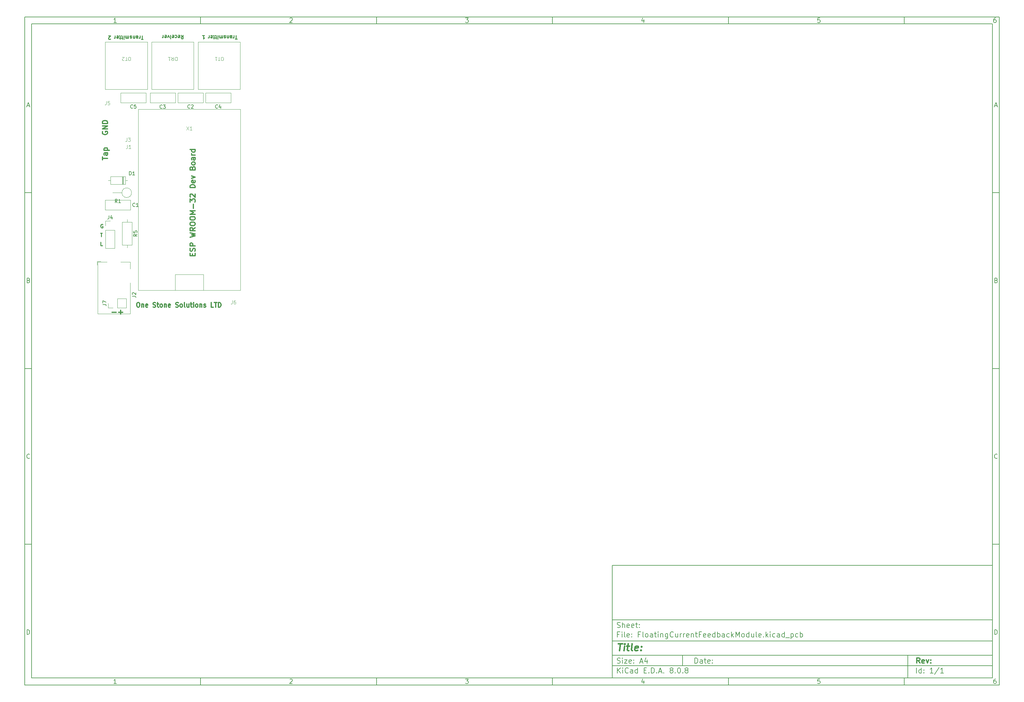
<source format=gbr>
%TF.GenerationSoftware,KiCad,Pcbnew,8.0.8*%
%TF.CreationDate,2025-05-01T12:34:51+01:00*%
%TF.ProjectId,FloatingCurrentFeedbackModule,466c6f61-7469-46e6-9743-757272656e74,rev?*%
%TF.SameCoordinates,Original*%
%TF.FileFunction,Legend,Top*%
%TF.FilePolarity,Positive*%
%FSLAX46Y46*%
G04 Gerber Fmt 4.6, Leading zero omitted, Abs format (unit mm)*
G04 Created by KiCad (PCBNEW 8.0.8) date 2025-05-01 12:34:51*
%MOMM*%
%LPD*%
G01*
G04 APERTURE LIST*
%ADD10C,0.100000*%
%ADD11C,0.150000*%
%ADD12C,0.300000*%
%ADD13C,0.400000*%
%ADD14C,0.250000*%
%ADD15C,0.120000*%
G04 APERTURE END LIST*
D10*
D11*
X177002200Y-166007200D02*
X285002200Y-166007200D01*
X285002200Y-198007200D01*
X177002200Y-198007200D01*
X177002200Y-166007200D01*
D10*
D11*
X10000000Y-10000000D02*
X287002200Y-10000000D01*
X287002200Y-200007200D01*
X10000000Y-200007200D01*
X10000000Y-10000000D01*
D10*
D11*
X12000000Y-12000000D02*
X285002200Y-12000000D01*
X285002200Y-198007200D01*
X12000000Y-198007200D01*
X12000000Y-12000000D01*
D10*
D11*
X60000000Y-12000000D02*
X60000000Y-10000000D01*
D10*
D11*
X110000000Y-12000000D02*
X110000000Y-10000000D01*
D10*
D11*
X160000000Y-12000000D02*
X160000000Y-10000000D01*
D10*
D11*
X210000000Y-12000000D02*
X210000000Y-10000000D01*
D10*
D11*
X260000000Y-12000000D02*
X260000000Y-10000000D01*
D10*
D11*
X36089160Y-11593604D02*
X35346303Y-11593604D01*
X35717731Y-11593604D02*
X35717731Y-10293604D01*
X35717731Y-10293604D02*
X35593922Y-10479319D01*
X35593922Y-10479319D02*
X35470112Y-10603128D01*
X35470112Y-10603128D02*
X35346303Y-10665033D01*
D10*
D11*
X85346303Y-10417414D02*
X85408207Y-10355509D01*
X85408207Y-10355509D02*
X85532017Y-10293604D01*
X85532017Y-10293604D02*
X85841541Y-10293604D01*
X85841541Y-10293604D02*
X85965350Y-10355509D01*
X85965350Y-10355509D02*
X86027255Y-10417414D01*
X86027255Y-10417414D02*
X86089160Y-10541223D01*
X86089160Y-10541223D02*
X86089160Y-10665033D01*
X86089160Y-10665033D02*
X86027255Y-10850747D01*
X86027255Y-10850747D02*
X85284398Y-11593604D01*
X85284398Y-11593604D02*
X86089160Y-11593604D01*
D10*
D11*
X135284398Y-10293604D02*
X136089160Y-10293604D01*
X136089160Y-10293604D02*
X135655826Y-10788842D01*
X135655826Y-10788842D02*
X135841541Y-10788842D01*
X135841541Y-10788842D02*
X135965350Y-10850747D01*
X135965350Y-10850747D02*
X136027255Y-10912652D01*
X136027255Y-10912652D02*
X136089160Y-11036461D01*
X136089160Y-11036461D02*
X136089160Y-11345985D01*
X136089160Y-11345985D02*
X136027255Y-11469795D01*
X136027255Y-11469795D02*
X135965350Y-11531700D01*
X135965350Y-11531700D02*
X135841541Y-11593604D01*
X135841541Y-11593604D02*
X135470112Y-11593604D01*
X135470112Y-11593604D02*
X135346303Y-11531700D01*
X135346303Y-11531700D02*
X135284398Y-11469795D01*
D10*
D11*
X185965350Y-10726938D02*
X185965350Y-11593604D01*
X185655826Y-10231700D02*
X185346303Y-11160271D01*
X185346303Y-11160271D02*
X186151064Y-11160271D01*
D10*
D11*
X236027255Y-10293604D02*
X235408207Y-10293604D01*
X235408207Y-10293604D02*
X235346303Y-10912652D01*
X235346303Y-10912652D02*
X235408207Y-10850747D01*
X235408207Y-10850747D02*
X235532017Y-10788842D01*
X235532017Y-10788842D02*
X235841541Y-10788842D01*
X235841541Y-10788842D02*
X235965350Y-10850747D01*
X235965350Y-10850747D02*
X236027255Y-10912652D01*
X236027255Y-10912652D02*
X236089160Y-11036461D01*
X236089160Y-11036461D02*
X236089160Y-11345985D01*
X236089160Y-11345985D02*
X236027255Y-11469795D01*
X236027255Y-11469795D02*
X235965350Y-11531700D01*
X235965350Y-11531700D02*
X235841541Y-11593604D01*
X235841541Y-11593604D02*
X235532017Y-11593604D01*
X235532017Y-11593604D02*
X235408207Y-11531700D01*
X235408207Y-11531700D02*
X235346303Y-11469795D01*
D10*
D11*
X285965350Y-10293604D02*
X285717731Y-10293604D01*
X285717731Y-10293604D02*
X285593922Y-10355509D01*
X285593922Y-10355509D02*
X285532017Y-10417414D01*
X285532017Y-10417414D02*
X285408207Y-10603128D01*
X285408207Y-10603128D02*
X285346303Y-10850747D01*
X285346303Y-10850747D02*
X285346303Y-11345985D01*
X285346303Y-11345985D02*
X285408207Y-11469795D01*
X285408207Y-11469795D02*
X285470112Y-11531700D01*
X285470112Y-11531700D02*
X285593922Y-11593604D01*
X285593922Y-11593604D02*
X285841541Y-11593604D01*
X285841541Y-11593604D02*
X285965350Y-11531700D01*
X285965350Y-11531700D02*
X286027255Y-11469795D01*
X286027255Y-11469795D02*
X286089160Y-11345985D01*
X286089160Y-11345985D02*
X286089160Y-11036461D01*
X286089160Y-11036461D02*
X286027255Y-10912652D01*
X286027255Y-10912652D02*
X285965350Y-10850747D01*
X285965350Y-10850747D02*
X285841541Y-10788842D01*
X285841541Y-10788842D02*
X285593922Y-10788842D01*
X285593922Y-10788842D02*
X285470112Y-10850747D01*
X285470112Y-10850747D02*
X285408207Y-10912652D01*
X285408207Y-10912652D02*
X285346303Y-11036461D01*
D10*
D11*
X60000000Y-198007200D02*
X60000000Y-200007200D01*
D10*
D11*
X110000000Y-198007200D02*
X110000000Y-200007200D01*
D10*
D11*
X160000000Y-198007200D02*
X160000000Y-200007200D01*
D10*
D11*
X210000000Y-198007200D02*
X210000000Y-200007200D01*
D10*
D11*
X260000000Y-198007200D02*
X260000000Y-200007200D01*
D10*
D11*
X36089160Y-199600804D02*
X35346303Y-199600804D01*
X35717731Y-199600804D02*
X35717731Y-198300804D01*
X35717731Y-198300804D02*
X35593922Y-198486519D01*
X35593922Y-198486519D02*
X35470112Y-198610328D01*
X35470112Y-198610328D02*
X35346303Y-198672233D01*
D10*
D11*
X85346303Y-198424614D02*
X85408207Y-198362709D01*
X85408207Y-198362709D02*
X85532017Y-198300804D01*
X85532017Y-198300804D02*
X85841541Y-198300804D01*
X85841541Y-198300804D02*
X85965350Y-198362709D01*
X85965350Y-198362709D02*
X86027255Y-198424614D01*
X86027255Y-198424614D02*
X86089160Y-198548423D01*
X86089160Y-198548423D02*
X86089160Y-198672233D01*
X86089160Y-198672233D02*
X86027255Y-198857947D01*
X86027255Y-198857947D02*
X85284398Y-199600804D01*
X85284398Y-199600804D02*
X86089160Y-199600804D01*
D10*
D11*
X135284398Y-198300804D02*
X136089160Y-198300804D01*
X136089160Y-198300804D02*
X135655826Y-198796042D01*
X135655826Y-198796042D02*
X135841541Y-198796042D01*
X135841541Y-198796042D02*
X135965350Y-198857947D01*
X135965350Y-198857947D02*
X136027255Y-198919852D01*
X136027255Y-198919852D02*
X136089160Y-199043661D01*
X136089160Y-199043661D02*
X136089160Y-199353185D01*
X136089160Y-199353185D02*
X136027255Y-199476995D01*
X136027255Y-199476995D02*
X135965350Y-199538900D01*
X135965350Y-199538900D02*
X135841541Y-199600804D01*
X135841541Y-199600804D02*
X135470112Y-199600804D01*
X135470112Y-199600804D02*
X135346303Y-199538900D01*
X135346303Y-199538900D02*
X135284398Y-199476995D01*
D10*
D11*
X185965350Y-198734138D02*
X185965350Y-199600804D01*
X185655826Y-198238900D02*
X185346303Y-199167471D01*
X185346303Y-199167471D02*
X186151064Y-199167471D01*
D10*
D11*
X236027255Y-198300804D02*
X235408207Y-198300804D01*
X235408207Y-198300804D02*
X235346303Y-198919852D01*
X235346303Y-198919852D02*
X235408207Y-198857947D01*
X235408207Y-198857947D02*
X235532017Y-198796042D01*
X235532017Y-198796042D02*
X235841541Y-198796042D01*
X235841541Y-198796042D02*
X235965350Y-198857947D01*
X235965350Y-198857947D02*
X236027255Y-198919852D01*
X236027255Y-198919852D02*
X236089160Y-199043661D01*
X236089160Y-199043661D02*
X236089160Y-199353185D01*
X236089160Y-199353185D02*
X236027255Y-199476995D01*
X236027255Y-199476995D02*
X235965350Y-199538900D01*
X235965350Y-199538900D02*
X235841541Y-199600804D01*
X235841541Y-199600804D02*
X235532017Y-199600804D01*
X235532017Y-199600804D02*
X235408207Y-199538900D01*
X235408207Y-199538900D02*
X235346303Y-199476995D01*
D10*
D11*
X285965350Y-198300804D02*
X285717731Y-198300804D01*
X285717731Y-198300804D02*
X285593922Y-198362709D01*
X285593922Y-198362709D02*
X285532017Y-198424614D01*
X285532017Y-198424614D02*
X285408207Y-198610328D01*
X285408207Y-198610328D02*
X285346303Y-198857947D01*
X285346303Y-198857947D02*
X285346303Y-199353185D01*
X285346303Y-199353185D02*
X285408207Y-199476995D01*
X285408207Y-199476995D02*
X285470112Y-199538900D01*
X285470112Y-199538900D02*
X285593922Y-199600804D01*
X285593922Y-199600804D02*
X285841541Y-199600804D01*
X285841541Y-199600804D02*
X285965350Y-199538900D01*
X285965350Y-199538900D02*
X286027255Y-199476995D01*
X286027255Y-199476995D02*
X286089160Y-199353185D01*
X286089160Y-199353185D02*
X286089160Y-199043661D01*
X286089160Y-199043661D02*
X286027255Y-198919852D01*
X286027255Y-198919852D02*
X285965350Y-198857947D01*
X285965350Y-198857947D02*
X285841541Y-198796042D01*
X285841541Y-198796042D02*
X285593922Y-198796042D01*
X285593922Y-198796042D02*
X285470112Y-198857947D01*
X285470112Y-198857947D02*
X285408207Y-198919852D01*
X285408207Y-198919852D02*
X285346303Y-199043661D01*
D10*
D11*
X10000000Y-60000000D02*
X12000000Y-60000000D01*
D10*
D11*
X10000000Y-110000000D02*
X12000000Y-110000000D01*
D10*
D11*
X10000000Y-160000000D02*
X12000000Y-160000000D01*
D10*
D11*
X10690476Y-35222176D02*
X11309523Y-35222176D01*
X10566666Y-35593604D02*
X10999999Y-34293604D01*
X10999999Y-34293604D02*
X11433333Y-35593604D01*
D10*
D11*
X11092857Y-84912652D02*
X11278571Y-84974557D01*
X11278571Y-84974557D02*
X11340476Y-85036461D01*
X11340476Y-85036461D02*
X11402380Y-85160271D01*
X11402380Y-85160271D02*
X11402380Y-85345985D01*
X11402380Y-85345985D02*
X11340476Y-85469795D01*
X11340476Y-85469795D02*
X11278571Y-85531700D01*
X11278571Y-85531700D02*
X11154761Y-85593604D01*
X11154761Y-85593604D02*
X10659523Y-85593604D01*
X10659523Y-85593604D02*
X10659523Y-84293604D01*
X10659523Y-84293604D02*
X11092857Y-84293604D01*
X11092857Y-84293604D02*
X11216666Y-84355509D01*
X11216666Y-84355509D02*
X11278571Y-84417414D01*
X11278571Y-84417414D02*
X11340476Y-84541223D01*
X11340476Y-84541223D02*
X11340476Y-84665033D01*
X11340476Y-84665033D02*
X11278571Y-84788842D01*
X11278571Y-84788842D02*
X11216666Y-84850747D01*
X11216666Y-84850747D02*
X11092857Y-84912652D01*
X11092857Y-84912652D02*
X10659523Y-84912652D01*
D10*
D11*
X11402380Y-135469795D02*
X11340476Y-135531700D01*
X11340476Y-135531700D02*
X11154761Y-135593604D01*
X11154761Y-135593604D02*
X11030952Y-135593604D01*
X11030952Y-135593604D02*
X10845238Y-135531700D01*
X10845238Y-135531700D02*
X10721428Y-135407890D01*
X10721428Y-135407890D02*
X10659523Y-135284080D01*
X10659523Y-135284080D02*
X10597619Y-135036461D01*
X10597619Y-135036461D02*
X10597619Y-134850747D01*
X10597619Y-134850747D02*
X10659523Y-134603128D01*
X10659523Y-134603128D02*
X10721428Y-134479319D01*
X10721428Y-134479319D02*
X10845238Y-134355509D01*
X10845238Y-134355509D02*
X11030952Y-134293604D01*
X11030952Y-134293604D02*
X11154761Y-134293604D01*
X11154761Y-134293604D02*
X11340476Y-134355509D01*
X11340476Y-134355509D02*
X11402380Y-134417414D01*
D10*
D11*
X10659523Y-185593604D02*
X10659523Y-184293604D01*
X10659523Y-184293604D02*
X10969047Y-184293604D01*
X10969047Y-184293604D02*
X11154761Y-184355509D01*
X11154761Y-184355509D02*
X11278571Y-184479319D01*
X11278571Y-184479319D02*
X11340476Y-184603128D01*
X11340476Y-184603128D02*
X11402380Y-184850747D01*
X11402380Y-184850747D02*
X11402380Y-185036461D01*
X11402380Y-185036461D02*
X11340476Y-185284080D01*
X11340476Y-185284080D02*
X11278571Y-185407890D01*
X11278571Y-185407890D02*
X11154761Y-185531700D01*
X11154761Y-185531700D02*
X10969047Y-185593604D01*
X10969047Y-185593604D02*
X10659523Y-185593604D01*
D10*
D11*
X287002200Y-60000000D02*
X285002200Y-60000000D01*
D10*
D11*
X287002200Y-110000000D02*
X285002200Y-110000000D01*
D10*
D11*
X287002200Y-160000000D02*
X285002200Y-160000000D01*
D10*
D11*
X285692676Y-35222176D02*
X286311723Y-35222176D01*
X285568866Y-35593604D02*
X286002199Y-34293604D01*
X286002199Y-34293604D02*
X286435533Y-35593604D01*
D10*
D11*
X286095057Y-84912652D02*
X286280771Y-84974557D01*
X286280771Y-84974557D02*
X286342676Y-85036461D01*
X286342676Y-85036461D02*
X286404580Y-85160271D01*
X286404580Y-85160271D02*
X286404580Y-85345985D01*
X286404580Y-85345985D02*
X286342676Y-85469795D01*
X286342676Y-85469795D02*
X286280771Y-85531700D01*
X286280771Y-85531700D02*
X286156961Y-85593604D01*
X286156961Y-85593604D02*
X285661723Y-85593604D01*
X285661723Y-85593604D02*
X285661723Y-84293604D01*
X285661723Y-84293604D02*
X286095057Y-84293604D01*
X286095057Y-84293604D02*
X286218866Y-84355509D01*
X286218866Y-84355509D02*
X286280771Y-84417414D01*
X286280771Y-84417414D02*
X286342676Y-84541223D01*
X286342676Y-84541223D02*
X286342676Y-84665033D01*
X286342676Y-84665033D02*
X286280771Y-84788842D01*
X286280771Y-84788842D02*
X286218866Y-84850747D01*
X286218866Y-84850747D02*
X286095057Y-84912652D01*
X286095057Y-84912652D02*
X285661723Y-84912652D01*
D10*
D11*
X286404580Y-135469795D02*
X286342676Y-135531700D01*
X286342676Y-135531700D02*
X286156961Y-135593604D01*
X286156961Y-135593604D02*
X286033152Y-135593604D01*
X286033152Y-135593604D02*
X285847438Y-135531700D01*
X285847438Y-135531700D02*
X285723628Y-135407890D01*
X285723628Y-135407890D02*
X285661723Y-135284080D01*
X285661723Y-135284080D02*
X285599819Y-135036461D01*
X285599819Y-135036461D02*
X285599819Y-134850747D01*
X285599819Y-134850747D02*
X285661723Y-134603128D01*
X285661723Y-134603128D02*
X285723628Y-134479319D01*
X285723628Y-134479319D02*
X285847438Y-134355509D01*
X285847438Y-134355509D02*
X286033152Y-134293604D01*
X286033152Y-134293604D02*
X286156961Y-134293604D01*
X286156961Y-134293604D02*
X286342676Y-134355509D01*
X286342676Y-134355509D02*
X286404580Y-134417414D01*
D10*
D11*
X285661723Y-185593604D02*
X285661723Y-184293604D01*
X285661723Y-184293604D02*
X285971247Y-184293604D01*
X285971247Y-184293604D02*
X286156961Y-184355509D01*
X286156961Y-184355509D02*
X286280771Y-184479319D01*
X286280771Y-184479319D02*
X286342676Y-184603128D01*
X286342676Y-184603128D02*
X286404580Y-184850747D01*
X286404580Y-184850747D02*
X286404580Y-185036461D01*
X286404580Y-185036461D02*
X286342676Y-185284080D01*
X286342676Y-185284080D02*
X286280771Y-185407890D01*
X286280771Y-185407890D02*
X286156961Y-185531700D01*
X286156961Y-185531700D02*
X285971247Y-185593604D01*
X285971247Y-185593604D02*
X285661723Y-185593604D01*
D10*
D11*
X200458026Y-193793328D02*
X200458026Y-192293328D01*
X200458026Y-192293328D02*
X200815169Y-192293328D01*
X200815169Y-192293328D02*
X201029455Y-192364757D01*
X201029455Y-192364757D02*
X201172312Y-192507614D01*
X201172312Y-192507614D02*
X201243741Y-192650471D01*
X201243741Y-192650471D02*
X201315169Y-192936185D01*
X201315169Y-192936185D02*
X201315169Y-193150471D01*
X201315169Y-193150471D02*
X201243741Y-193436185D01*
X201243741Y-193436185D02*
X201172312Y-193579042D01*
X201172312Y-193579042D02*
X201029455Y-193721900D01*
X201029455Y-193721900D02*
X200815169Y-193793328D01*
X200815169Y-193793328D02*
X200458026Y-193793328D01*
X202600884Y-193793328D02*
X202600884Y-193007614D01*
X202600884Y-193007614D02*
X202529455Y-192864757D01*
X202529455Y-192864757D02*
X202386598Y-192793328D01*
X202386598Y-192793328D02*
X202100884Y-192793328D01*
X202100884Y-192793328D02*
X201958026Y-192864757D01*
X202600884Y-193721900D02*
X202458026Y-193793328D01*
X202458026Y-193793328D02*
X202100884Y-193793328D01*
X202100884Y-193793328D02*
X201958026Y-193721900D01*
X201958026Y-193721900D02*
X201886598Y-193579042D01*
X201886598Y-193579042D02*
X201886598Y-193436185D01*
X201886598Y-193436185D02*
X201958026Y-193293328D01*
X201958026Y-193293328D02*
X202100884Y-193221900D01*
X202100884Y-193221900D02*
X202458026Y-193221900D01*
X202458026Y-193221900D02*
X202600884Y-193150471D01*
X203100884Y-192793328D02*
X203672312Y-192793328D01*
X203315169Y-192293328D02*
X203315169Y-193579042D01*
X203315169Y-193579042D02*
X203386598Y-193721900D01*
X203386598Y-193721900D02*
X203529455Y-193793328D01*
X203529455Y-193793328D02*
X203672312Y-193793328D01*
X204743741Y-193721900D02*
X204600884Y-193793328D01*
X204600884Y-193793328D02*
X204315170Y-193793328D01*
X204315170Y-193793328D02*
X204172312Y-193721900D01*
X204172312Y-193721900D02*
X204100884Y-193579042D01*
X204100884Y-193579042D02*
X204100884Y-193007614D01*
X204100884Y-193007614D02*
X204172312Y-192864757D01*
X204172312Y-192864757D02*
X204315170Y-192793328D01*
X204315170Y-192793328D02*
X204600884Y-192793328D01*
X204600884Y-192793328D02*
X204743741Y-192864757D01*
X204743741Y-192864757D02*
X204815170Y-193007614D01*
X204815170Y-193007614D02*
X204815170Y-193150471D01*
X204815170Y-193150471D02*
X204100884Y-193293328D01*
X205458026Y-193650471D02*
X205529455Y-193721900D01*
X205529455Y-193721900D02*
X205458026Y-193793328D01*
X205458026Y-193793328D02*
X205386598Y-193721900D01*
X205386598Y-193721900D02*
X205458026Y-193650471D01*
X205458026Y-193650471D02*
X205458026Y-193793328D01*
X205458026Y-192864757D02*
X205529455Y-192936185D01*
X205529455Y-192936185D02*
X205458026Y-193007614D01*
X205458026Y-193007614D02*
X205386598Y-192936185D01*
X205386598Y-192936185D02*
X205458026Y-192864757D01*
X205458026Y-192864757D02*
X205458026Y-193007614D01*
D10*
D11*
X177002200Y-194507200D02*
X285002200Y-194507200D01*
D10*
D11*
X178458026Y-196593328D02*
X178458026Y-195093328D01*
X179315169Y-196593328D02*
X178672312Y-195736185D01*
X179315169Y-195093328D02*
X178458026Y-195950471D01*
X179958026Y-196593328D02*
X179958026Y-195593328D01*
X179958026Y-195093328D02*
X179886598Y-195164757D01*
X179886598Y-195164757D02*
X179958026Y-195236185D01*
X179958026Y-195236185D02*
X180029455Y-195164757D01*
X180029455Y-195164757D02*
X179958026Y-195093328D01*
X179958026Y-195093328D02*
X179958026Y-195236185D01*
X181529455Y-196450471D02*
X181458027Y-196521900D01*
X181458027Y-196521900D02*
X181243741Y-196593328D01*
X181243741Y-196593328D02*
X181100884Y-196593328D01*
X181100884Y-196593328D02*
X180886598Y-196521900D01*
X180886598Y-196521900D02*
X180743741Y-196379042D01*
X180743741Y-196379042D02*
X180672312Y-196236185D01*
X180672312Y-196236185D02*
X180600884Y-195950471D01*
X180600884Y-195950471D02*
X180600884Y-195736185D01*
X180600884Y-195736185D02*
X180672312Y-195450471D01*
X180672312Y-195450471D02*
X180743741Y-195307614D01*
X180743741Y-195307614D02*
X180886598Y-195164757D01*
X180886598Y-195164757D02*
X181100884Y-195093328D01*
X181100884Y-195093328D02*
X181243741Y-195093328D01*
X181243741Y-195093328D02*
X181458027Y-195164757D01*
X181458027Y-195164757D02*
X181529455Y-195236185D01*
X182815170Y-196593328D02*
X182815170Y-195807614D01*
X182815170Y-195807614D02*
X182743741Y-195664757D01*
X182743741Y-195664757D02*
X182600884Y-195593328D01*
X182600884Y-195593328D02*
X182315170Y-195593328D01*
X182315170Y-195593328D02*
X182172312Y-195664757D01*
X182815170Y-196521900D02*
X182672312Y-196593328D01*
X182672312Y-196593328D02*
X182315170Y-196593328D01*
X182315170Y-196593328D02*
X182172312Y-196521900D01*
X182172312Y-196521900D02*
X182100884Y-196379042D01*
X182100884Y-196379042D02*
X182100884Y-196236185D01*
X182100884Y-196236185D02*
X182172312Y-196093328D01*
X182172312Y-196093328D02*
X182315170Y-196021900D01*
X182315170Y-196021900D02*
X182672312Y-196021900D01*
X182672312Y-196021900D02*
X182815170Y-195950471D01*
X184172313Y-196593328D02*
X184172313Y-195093328D01*
X184172313Y-196521900D02*
X184029455Y-196593328D01*
X184029455Y-196593328D02*
X183743741Y-196593328D01*
X183743741Y-196593328D02*
X183600884Y-196521900D01*
X183600884Y-196521900D02*
X183529455Y-196450471D01*
X183529455Y-196450471D02*
X183458027Y-196307614D01*
X183458027Y-196307614D02*
X183458027Y-195879042D01*
X183458027Y-195879042D02*
X183529455Y-195736185D01*
X183529455Y-195736185D02*
X183600884Y-195664757D01*
X183600884Y-195664757D02*
X183743741Y-195593328D01*
X183743741Y-195593328D02*
X184029455Y-195593328D01*
X184029455Y-195593328D02*
X184172313Y-195664757D01*
X186029455Y-195807614D02*
X186529455Y-195807614D01*
X186743741Y-196593328D02*
X186029455Y-196593328D01*
X186029455Y-196593328D02*
X186029455Y-195093328D01*
X186029455Y-195093328D02*
X186743741Y-195093328D01*
X187386598Y-196450471D02*
X187458027Y-196521900D01*
X187458027Y-196521900D02*
X187386598Y-196593328D01*
X187386598Y-196593328D02*
X187315170Y-196521900D01*
X187315170Y-196521900D02*
X187386598Y-196450471D01*
X187386598Y-196450471D02*
X187386598Y-196593328D01*
X188100884Y-196593328D02*
X188100884Y-195093328D01*
X188100884Y-195093328D02*
X188458027Y-195093328D01*
X188458027Y-195093328D02*
X188672313Y-195164757D01*
X188672313Y-195164757D02*
X188815170Y-195307614D01*
X188815170Y-195307614D02*
X188886599Y-195450471D01*
X188886599Y-195450471D02*
X188958027Y-195736185D01*
X188958027Y-195736185D02*
X188958027Y-195950471D01*
X188958027Y-195950471D02*
X188886599Y-196236185D01*
X188886599Y-196236185D02*
X188815170Y-196379042D01*
X188815170Y-196379042D02*
X188672313Y-196521900D01*
X188672313Y-196521900D02*
X188458027Y-196593328D01*
X188458027Y-196593328D02*
X188100884Y-196593328D01*
X189600884Y-196450471D02*
X189672313Y-196521900D01*
X189672313Y-196521900D02*
X189600884Y-196593328D01*
X189600884Y-196593328D02*
X189529456Y-196521900D01*
X189529456Y-196521900D02*
X189600884Y-196450471D01*
X189600884Y-196450471D02*
X189600884Y-196593328D01*
X190243742Y-196164757D02*
X190958028Y-196164757D01*
X190100885Y-196593328D02*
X190600885Y-195093328D01*
X190600885Y-195093328D02*
X191100885Y-196593328D01*
X191600884Y-196450471D02*
X191672313Y-196521900D01*
X191672313Y-196521900D02*
X191600884Y-196593328D01*
X191600884Y-196593328D02*
X191529456Y-196521900D01*
X191529456Y-196521900D02*
X191600884Y-196450471D01*
X191600884Y-196450471D02*
X191600884Y-196593328D01*
X193672313Y-195736185D02*
X193529456Y-195664757D01*
X193529456Y-195664757D02*
X193458027Y-195593328D01*
X193458027Y-195593328D02*
X193386599Y-195450471D01*
X193386599Y-195450471D02*
X193386599Y-195379042D01*
X193386599Y-195379042D02*
X193458027Y-195236185D01*
X193458027Y-195236185D02*
X193529456Y-195164757D01*
X193529456Y-195164757D02*
X193672313Y-195093328D01*
X193672313Y-195093328D02*
X193958027Y-195093328D01*
X193958027Y-195093328D02*
X194100885Y-195164757D01*
X194100885Y-195164757D02*
X194172313Y-195236185D01*
X194172313Y-195236185D02*
X194243742Y-195379042D01*
X194243742Y-195379042D02*
X194243742Y-195450471D01*
X194243742Y-195450471D02*
X194172313Y-195593328D01*
X194172313Y-195593328D02*
X194100885Y-195664757D01*
X194100885Y-195664757D02*
X193958027Y-195736185D01*
X193958027Y-195736185D02*
X193672313Y-195736185D01*
X193672313Y-195736185D02*
X193529456Y-195807614D01*
X193529456Y-195807614D02*
X193458027Y-195879042D01*
X193458027Y-195879042D02*
X193386599Y-196021900D01*
X193386599Y-196021900D02*
X193386599Y-196307614D01*
X193386599Y-196307614D02*
X193458027Y-196450471D01*
X193458027Y-196450471D02*
X193529456Y-196521900D01*
X193529456Y-196521900D02*
X193672313Y-196593328D01*
X193672313Y-196593328D02*
X193958027Y-196593328D01*
X193958027Y-196593328D02*
X194100885Y-196521900D01*
X194100885Y-196521900D02*
X194172313Y-196450471D01*
X194172313Y-196450471D02*
X194243742Y-196307614D01*
X194243742Y-196307614D02*
X194243742Y-196021900D01*
X194243742Y-196021900D02*
X194172313Y-195879042D01*
X194172313Y-195879042D02*
X194100885Y-195807614D01*
X194100885Y-195807614D02*
X193958027Y-195736185D01*
X194886598Y-196450471D02*
X194958027Y-196521900D01*
X194958027Y-196521900D02*
X194886598Y-196593328D01*
X194886598Y-196593328D02*
X194815170Y-196521900D01*
X194815170Y-196521900D02*
X194886598Y-196450471D01*
X194886598Y-196450471D02*
X194886598Y-196593328D01*
X195886599Y-195093328D02*
X196029456Y-195093328D01*
X196029456Y-195093328D02*
X196172313Y-195164757D01*
X196172313Y-195164757D02*
X196243742Y-195236185D01*
X196243742Y-195236185D02*
X196315170Y-195379042D01*
X196315170Y-195379042D02*
X196386599Y-195664757D01*
X196386599Y-195664757D02*
X196386599Y-196021900D01*
X196386599Y-196021900D02*
X196315170Y-196307614D01*
X196315170Y-196307614D02*
X196243742Y-196450471D01*
X196243742Y-196450471D02*
X196172313Y-196521900D01*
X196172313Y-196521900D02*
X196029456Y-196593328D01*
X196029456Y-196593328D02*
X195886599Y-196593328D01*
X195886599Y-196593328D02*
X195743742Y-196521900D01*
X195743742Y-196521900D02*
X195672313Y-196450471D01*
X195672313Y-196450471D02*
X195600884Y-196307614D01*
X195600884Y-196307614D02*
X195529456Y-196021900D01*
X195529456Y-196021900D02*
X195529456Y-195664757D01*
X195529456Y-195664757D02*
X195600884Y-195379042D01*
X195600884Y-195379042D02*
X195672313Y-195236185D01*
X195672313Y-195236185D02*
X195743742Y-195164757D01*
X195743742Y-195164757D02*
X195886599Y-195093328D01*
X197029455Y-196450471D02*
X197100884Y-196521900D01*
X197100884Y-196521900D02*
X197029455Y-196593328D01*
X197029455Y-196593328D02*
X196958027Y-196521900D01*
X196958027Y-196521900D02*
X197029455Y-196450471D01*
X197029455Y-196450471D02*
X197029455Y-196593328D01*
X197958027Y-195736185D02*
X197815170Y-195664757D01*
X197815170Y-195664757D02*
X197743741Y-195593328D01*
X197743741Y-195593328D02*
X197672313Y-195450471D01*
X197672313Y-195450471D02*
X197672313Y-195379042D01*
X197672313Y-195379042D02*
X197743741Y-195236185D01*
X197743741Y-195236185D02*
X197815170Y-195164757D01*
X197815170Y-195164757D02*
X197958027Y-195093328D01*
X197958027Y-195093328D02*
X198243741Y-195093328D01*
X198243741Y-195093328D02*
X198386599Y-195164757D01*
X198386599Y-195164757D02*
X198458027Y-195236185D01*
X198458027Y-195236185D02*
X198529456Y-195379042D01*
X198529456Y-195379042D02*
X198529456Y-195450471D01*
X198529456Y-195450471D02*
X198458027Y-195593328D01*
X198458027Y-195593328D02*
X198386599Y-195664757D01*
X198386599Y-195664757D02*
X198243741Y-195736185D01*
X198243741Y-195736185D02*
X197958027Y-195736185D01*
X197958027Y-195736185D02*
X197815170Y-195807614D01*
X197815170Y-195807614D02*
X197743741Y-195879042D01*
X197743741Y-195879042D02*
X197672313Y-196021900D01*
X197672313Y-196021900D02*
X197672313Y-196307614D01*
X197672313Y-196307614D02*
X197743741Y-196450471D01*
X197743741Y-196450471D02*
X197815170Y-196521900D01*
X197815170Y-196521900D02*
X197958027Y-196593328D01*
X197958027Y-196593328D02*
X198243741Y-196593328D01*
X198243741Y-196593328D02*
X198386599Y-196521900D01*
X198386599Y-196521900D02*
X198458027Y-196450471D01*
X198458027Y-196450471D02*
X198529456Y-196307614D01*
X198529456Y-196307614D02*
X198529456Y-196021900D01*
X198529456Y-196021900D02*
X198458027Y-195879042D01*
X198458027Y-195879042D02*
X198386599Y-195807614D01*
X198386599Y-195807614D02*
X198243741Y-195736185D01*
D10*
D11*
X177002200Y-191507200D02*
X285002200Y-191507200D01*
D10*
D12*
X264413853Y-193785528D02*
X263913853Y-193071242D01*
X263556710Y-193785528D02*
X263556710Y-192285528D01*
X263556710Y-192285528D02*
X264128139Y-192285528D01*
X264128139Y-192285528D02*
X264270996Y-192356957D01*
X264270996Y-192356957D02*
X264342425Y-192428385D01*
X264342425Y-192428385D02*
X264413853Y-192571242D01*
X264413853Y-192571242D02*
X264413853Y-192785528D01*
X264413853Y-192785528D02*
X264342425Y-192928385D01*
X264342425Y-192928385D02*
X264270996Y-192999814D01*
X264270996Y-192999814D02*
X264128139Y-193071242D01*
X264128139Y-193071242D02*
X263556710Y-193071242D01*
X265628139Y-193714100D02*
X265485282Y-193785528D01*
X265485282Y-193785528D02*
X265199568Y-193785528D01*
X265199568Y-193785528D02*
X265056710Y-193714100D01*
X265056710Y-193714100D02*
X264985282Y-193571242D01*
X264985282Y-193571242D02*
X264985282Y-192999814D01*
X264985282Y-192999814D02*
X265056710Y-192856957D01*
X265056710Y-192856957D02*
X265199568Y-192785528D01*
X265199568Y-192785528D02*
X265485282Y-192785528D01*
X265485282Y-192785528D02*
X265628139Y-192856957D01*
X265628139Y-192856957D02*
X265699568Y-192999814D01*
X265699568Y-192999814D02*
X265699568Y-193142671D01*
X265699568Y-193142671D02*
X264985282Y-193285528D01*
X266199567Y-192785528D02*
X266556710Y-193785528D01*
X266556710Y-193785528D02*
X266913853Y-192785528D01*
X267485281Y-193642671D02*
X267556710Y-193714100D01*
X267556710Y-193714100D02*
X267485281Y-193785528D01*
X267485281Y-193785528D02*
X267413853Y-193714100D01*
X267413853Y-193714100D02*
X267485281Y-193642671D01*
X267485281Y-193642671D02*
X267485281Y-193785528D01*
X267485281Y-192856957D02*
X267556710Y-192928385D01*
X267556710Y-192928385D02*
X267485281Y-192999814D01*
X267485281Y-192999814D02*
X267413853Y-192928385D01*
X267413853Y-192928385D02*
X267485281Y-192856957D01*
X267485281Y-192856957D02*
X267485281Y-192999814D01*
D10*
D11*
X178386598Y-193721900D02*
X178600884Y-193793328D01*
X178600884Y-193793328D02*
X178958026Y-193793328D01*
X178958026Y-193793328D02*
X179100884Y-193721900D01*
X179100884Y-193721900D02*
X179172312Y-193650471D01*
X179172312Y-193650471D02*
X179243741Y-193507614D01*
X179243741Y-193507614D02*
X179243741Y-193364757D01*
X179243741Y-193364757D02*
X179172312Y-193221900D01*
X179172312Y-193221900D02*
X179100884Y-193150471D01*
X179100884Y-193150471D02*
X178958026Y-193079042D01*
X178958026Y-193079042D02*
X178672312Y-193007614D01*
X178672312Y-193007614D02*
X178529455Y-192936185D01*
X178529455Y-192936185D02*
X178458026Y-192864757D01*
X178458026Y-192864757D02*
X178386598Y-192721900D01*
X178386598Y-192721900D02*
X178386598Y-192579042D01*
X178386598Y-192579042D02*
X178458026Y-192436185D01*
X178458026Y-192436185D02*
X178529455Y-192364757D01*
X178529455Y-192364757D02*
X178672312Y-192293328D01*
X178672312Y-192293328D02*
X179029455Y-192293328D01*
X179029455Y-192293328D02*
X179243741Y-192364757D01*
X179886597Y-193793328D02*
X179886597Y-192793328D01*
X179886597Y-192293328D02*
X179815169Y-192364757D01*
X179815169Y-192364757D02*
X179886597Y-192436185D01*
X179886597Y-192436185D02*
X179958026Y-192364757D01*
X179958026Y-192364757D02*
X179886597Y-192293328D01*
X179886597Y-192293328D02*
X179886597Y-192436185D01*
X180458026Y-192793328D02*
X181243741Y-192793328D01*
X181243741Y-192793328D02*
X180458026Y-193793328D01*
X180458026Y-193793328D02*
X181243741Y-193793328D01*
X182386598Y-193721900D02*
X182243741Y-193793328D01*
X182243741Y-193793328D02*
X181958027Y-193793328D01*
X181958027Y-193793328D02*
X181815169Y-193721900D01*
X181815169Y-193721900D02*
X181743741Y-193579042D01*
X181743741Y-193579042D02*
X181743741Y-193007614D01*
X181743741Y-193007614D02*
X181815169Y-192864757D01*
X181815169Y-192864757D02*
X181958027Y-192793328D01*
X181958027Y-192793328D02*
X182243741Y-192793328D01*
X182243741Y-192793328D02*
X182386598Y-192864757D01*
X182386598Y-192864757D02*
X182458027Y-193007614D01*
X182458027Y-193007614D02*
X182458027Y-193150471D01*
X182458027Y-193150471D02*
X181743741Y-193293328D01*
X183100883Y-193650471D02*
X183172312Y-193721900D01*
X183172312Y-193721900D02*
X183100883Y-193793328D01*
X183100883Y-193793328D02*
X183029455Y-193721900D01*
X183029455Y-193721900D02*
X183100883Y-193650471D01*
X183100883Y-193650471D02*
X183100883Y-193793328D01*
X183100883Y-192864757D02*
X183172312Y-192936185D01*
X183172312Y-192936185D02*
X183100883Y-193007614D01*
X183100883Y-193007614D02*
X183029455Y-192936185D01*
X183029455Y-192936185D02*
X183100883Y-192864757D01*
X183100883Y-192864757D02*
X183100883Y-193007614D01*
X184886598Y-193364757D02*
X185600884Y-193364757D01*
X184743741Y-193793328D02*
X185243741Y-192293328D01*
X185243741Y-192293328D02*
X185743741Y-193793328D01*
X186886598Y-192793328D02*
X186886598Y-193793328D01*
X186529455Y-192221900D02*
X186172312Y-193293328D01*
X186172312Y-193293328D02*
X187100883Y-193293328D01*
D10*
D11*
X263458026Y-196593328D02*
X263458026Y-195093328D01*
X264815170Y-196593328D02*
X264815170Y-195093328D01*
X264815170Y-196521900D02*
X264672312Y-196593328D01*
X264672312Y-196593328D02*
X264386598Y-196593328D01*
X264386598Y-196593328D02*
X264243741Y-196521900D01*
X264243741Y-196521900D02*
X264172312Y-196450471D01*
X264172312Y-196450471D02*
X264100884Y-196307614D01*
X264100884Y-196307614D02*
X264100884Y-195879042D01*
X264100884Y-195879042D02*
X264172312Y-195736185D01*
X264172312Y-195736185D02*
X264243741Y-195664757D01*
X264243741Y-195664757D02*
X264386598Y-195593328D01*
X264386598Y-195593328D02*
X264672312Y-195593328D01*
X264672312Y-195593328D02*
X264815170Y-195664757D01*
X265529455Y-196450471D02*
X265600884Y-196521900D01*
X265600884Y-196521900D02*
X265529455Y-196593328D01*
X265529455Y-196593328D02*
X265458027Y-196521900D01*
X265458027Y-196521900D02*
X265529455Y-196450471D01*
X265529455Y-196450471D02*
X265529455Y-196593328D01*
X265529455Y-195664757D02*
X265600884Y-195736185D01*
X265600884Y-195736185D02*
X265529455Y-195807614D01*
X265529455Y-195807614D02*
X265458027Y-195736185D01*
X265458027Y-195736185D02*
X265529455Y-195664757D01*
X265529455Y-195664757D02*
X265529455Y-195807614D01*
X268172313Y-196593328D02*
X267315170Y-196593328D01*
X267743741Y-196593328D02*
X267743741Y-195093328D01*
X267743741Y-195093328D02*
X267600884Y-195307614D01*
X267600884Y-195307614D02*
X267458027Y-195450471D01*
X267458027Y-195450471D02*
X267315170Y-195521900D01*
X269886598Y-195021900D02*
X268600884Y-196950471D01*
X271172313Y-196593328D02*
X270315170Y-196593328D01*
X270743741Y-196593328D02*
X270743741Y-195093328D01*
X270743741Y-195093328D02*
X270600884Y-195307614D01*
X270600884Y-195307614D02*
X270458027Y-195450471D01*
X270458027Y-195450471D02*
X270315170Y-195521900D01*
D10*
D11*
X177002200Y-187507200D02*
X285002200Y-187507200D01*
D10*
D13*
X178693928Y-188211638D02*
X179836785Y-188211638D01*
X179015357Y-190211638D02*
X179265357Y-188211638D01*
X180253452Y-190211638D02*
X180420119Y-188878304D01*
X180503452Y-188211638D02*
X180396309Y-188306876D01*
X180396309Y-188306876D02*
X180479643Y-188402114D01*
X180479643Y-188402114D02*
X180586786Y-188306876D01*
X180586786Y-188306876D02*
X180503452Y-188211638D01*
X180503452Y-188211638D02*
X180479643Y-188402114D01*
X181086786Y-188878304D02*
X181848690Y-188878304D01*
X181455833Y-188211638D02*
X181241548Y-189925923D01*
X181241548Y-189925923D02*
X181312976Y-190116400D01*
X181312976Y-190116400D02*
X181491548Y-190211638D01*
X181491548Y-190211638D02*
X181682024Y-190211638D01*
X182634405Y-190211638D02*
X182455833Y-190116400D01*
X182455833Y-190116400D02*
X182384405Y-189925923D01*
X182384405Y-189925923D02*
X182598690Y-188211638D01*
X184170119Y-190116400D02*
X183967738Y-190211638D01*
X183967738Y-190211638D02*
X183586785Y-190211638D01*
X183586785Y-190211638D02*
X183408214Y-190116400D01*
X183408214Y-190116400D02*
X183336785Y-189925923D01*
X183336785Y-189925923D02*
X183432024Y-189164019D01*
X183432024Y-189164019D02*
X183551071Y-188973542D01*
X183551071Y-188973542D02*
X183753452Y-188878304D01*
X183753452Y-188878304D02*
X184134404Y-188878304D01*
X184134404Y-188878304D02*
X184312976Y-188973542D01*
X184312976Y-188973542D02*
X184384404Y-189164019D01*
X184384404Y-189164019D02*
X184360595Y-189354495D01*
X184360595Y-189354495D02*
X183384404Y-189544971D01*
X185134405Y-190021161D02*
X185217738Y-190116400D01*
X185217738Y-190116400D02*
X185110595Y-190211638D01*
X185110595Y-190211638D02*
X185027262Y-190116400D01*
X185027262Y-190116400D02*
X185134405Y-190021161D01*
X185134405Y-190021161D02*
X185110595Y-190211638D01*
X185265357Y-188973542D02*
X185348690Y-189068780D01*
X185348690Y-189068780D02*
X185241548Y-189164019D01*
X185241548Y-189164019D02*
X185158214Y-189068780D01*
X185158214Y-189068780D02*
X185265357Y-188973542D01*
X185265357Y-188973542D02*
X185241548Y-189164019D01*
D10*
D11*
X178958026Y-185607614D02*
X178458026Y-185607614D01*
X178458026Y-186393328D02*
X178458026Y-184893328D01*
X178458026Y-184893328D02*
X179172312Y-184893328D01*
X179743740Y-186393328D02*
X179743740Y-185393328D01*
X179743740Y-184893328D02*
X179672312Y-184964757D01*
X179672312Y-184964757D02*
X179743740Y-185036185D01*
X179743740Y-185036185D02*
X179815169Y-184964757D01*
X179815169Y-184964757D02*
X179743740Y-184893328D01*
X179743740Y-184893328D02*
X179743740Y-185036185D01*
X180672312Y-186393328D02*
X180529455Y-186321900D01*
X180529455Y-186321900D02*
X180458026Y-186179042D01*
X180458026Y-186179042D02*
X180458026Y-184893328D01*
X181815169Y-186321900D02*
X181672312Y-186393328D01*
X181672312Y-186393328D02*
X181386598Y-186393328D01*
X181386598Y-186393328D02*
X181243740Y-186321900D01*
X181243740Y-186321900D02*
X181172312Y-186179042D01*
X181172312Y-186179042D02*
X181172312Y-185607614D01*
X181172312Y-185607614D02*
X181243740Y-185464757D01*
X181243740Y-185464757D02*
X181386598Y-185393328D01*
X181386598Y-185393328D02*
X181672312Y-185393328D01*
X181672312Y-185393328D02*
X181815169Y-185464757D01*
X181815169Y-185464757D02*
X181886598Y-185607614D01*
X181886598Y-185607614D02*
X181886598Y-185750471D01*
X181886598Y-185750471D02*
X181172312Y-185893328D01*
X182529454Y-186250471D02*
X182600883Y-186321900D01*
X182600883Y-186321900D02*
X182529454Y-186393328D01*
X182529454Y-186393328D02*
X182458026Y-186321900D01*
X182458026Y-186321900D02*
X182529454Y-186250471D01*
X182529454Y-186250471D02*
X182529454Y-186393328D01*
X182529454Y-185464757D02*
X182600883Y-185536185D01*
X182600883Y-185536185D02*
X182529454Y-185607614D01*
X182529454Y-185607614D02*
X182458026Y-185536185D01*
X182458026Y-185536185D02*
X182529454Y-185464757D01*
X182529454Y-185464757D02*
X182529454Y-185607614D01*
X184886597Y-185607614D02*
X184386597Y-185607614D01*
X184386597Y-186393328D02*
X184386597Y-184893328D01*
X184386597Y-184893328D02*
X185100883Y-184893328D01*
X185886597Y-186393328D02*
X185743740Y-186321900D01*
X185743740Y-186321900D02*
X185672311Y-186179042D01*
X185672311Y-186179042D02*
X185672311Y-184893328D01*
X186672311Y-186393328D02*
X186529454Y-186321900D01*
X186529454Y-186321900D02*
X186458025Y-186250471D01*
X186458025Y-186250471D02*
X186386597Y-186107614D01*
X186386597Y-186107614D02*
X186386597Y-185679042D01*
X186386597Y-185679042D02*
X186458025Y-185536185D01*
X186458025Y-185536185D02*
X186529454Y-185464757D01*
X186529454Y-185464757D02*
X186672311Y-185393328D01*
X186672311Y-185393328D02*
X186886597Y-185393328D01*
X186886597Y-185393328D02*
X187029454Y-185464757D01*
X187029454Y-185464757D02*
X187100883Y-185536185D01*
X187100883Y-185536185D02*
X187172311Y-185679042D01*
X187172311Y-185679042D02*
X187172311Y-186107614D01*
X187172311Y-186107614D02*
X187100883Y-186250471D01*
X187100883Y-186250471D02*
X187029454Y-186321900D01*
X187029454Y-186321900D02*
X186886597Y-186393328D01*
X186886597Y-186393328D02*
X186672311Y-186393328D01*
X188458026Y-186393328D02*
X188458026Y-185607614D01*
X188458026Y-185607614D02*
X188386597Y-185464757D01*
X188386597Y-185464757D02*
X188243740Y-185393328D01*
X188243740Y-185393328D02*
X187958026Y-185393328D01*
X187958026Y-185393328D02*
X187815168Y-185464757D01*
X188458026Y-186321900D02*
X188315168Y-186393328D01*
X188315168Y-186393328D02*
X187958026Y-186393328D01*
X187958026Y-186393328D02*
X187815168Y-186321900D01*
X187815168Y-186321900D02*
X187743740Y-186179042D01*
X187743740Y-186179042D02*
X187743740Y-186036185D01*
X187743740Y-186036185D02*
X187815168Y-185893328D01*
X187815168Y-185893328D02*
X187958026Y-185821900D01*
X187958026Y-185821900D02*
X188315168Y-185821900D01*
X188315168Y-185821900D02*
X188458026Y-185750471D01*
X188958026Y-185393328D02*
X189529454Y-185393328D01*
X189172311Y-184893328D02*
X189172311Y-186179042D01*
X189172311Y-186179042D02*
X189243740Y-186321900D01*
X189243740Y-186321900D02*
X189386597Y-186393328D01*
X189386597Y-186393328D02*
X189529454Y-186393328D01*
X190029454Y-186393328D02*
X190029454Y-185393328D01*
X190029454Y-184893328D02*
X189958026Y-184964757D01*
X189958026Y-184964757D02*
X190029454Y-185036185D01*
X190029454Y-185036185D02*
X190100883Y-184964757D01*
X190100883Y-184964757D02*
X190029454Y-184893328D01*
X190029454Y-184893328D02*
X190029454Y-185036185D01*
X190743740Y-185393328D02*
X190743740Y-186393328D01*
X190743740Y-185536185D02*
X190815169Y-185464757D01*
X190815169Y-185464757D02*
X190958026Y-185393328D01*
X190958026Y-185393328D02*
X191172312Y-185393328D01*
X191172312Y-185393328D02*
X191315169Y-185464757D01*
X191315169Y-185464757D02*
X191386598Y-185607614D01*
X191386598Y-185607614D02*
X191386598Y-186393328D01*
X192743741Y-185393328D02*
X192743741Y-186607614D01*
X192743741Y-186607614D02*
X192672312Y-186750471D01*
X192672312Y-186750471D02*
X192600883Y-186821900D01*
X192600883Y-186821900D02*
X192458026Y-186893328D01*
X192458026Y-186893328D02*
X192243741Y-186893328D01*
X192243741Y-186893328D02*
X192100883Y-186821900D01*
X192743741Y-186321900D02*
X192600883Y-186393328D01*
X192600883Y-186393328D02*
X192315169Y-186393328D01*
X192315169Y-186393328D02*
X192172312Y-186321900D01*
X192172312Y-186321900D02*
X192100883Y-186250471D01*
X192100883Y-186250471D02*
X192029455Y-186107614D01*
X192029455Y-186107614D02*
X192029455Y-185679042D01*
X192029455Y-185679042D02*
X192100883Y-185536185D01*
X192100883Y-185536185D02*
X192172312Y-185464757D01*
X192172312Y-185464757D02*
X192315169Y-185393328D01*
X192315169Y-185393328D02*
X192600883Y-185393328D01*
X192600883Y-185393328D02*
X192743741Y-185464757D01*
X194315169Y-186250471D02*
X194243741Y-186321900D01*
X194243741Y-186321900D02*
X194029455Y-186393328D01*
X194029455Y-186393328D02*
X193886598Y-186393328D01*
X193886598Y-186393328D02*
X193672312Y-186321900D01*
X193672312Y-186321900D02*
X193529455Y-186179042D01*
X193529455Y-186179042D02*
X193458026Y-186036185D01*
X193458026Y-186036185D02*
X193386598Y-185750471D01*
X193386598Y-185750471D02*
X193386598Y-185536185D01*
X193386598Y-185536185D02*
X193458026Y-185250471D01*
X193458026Y-185250471D02*
X193529455Y-185107614D01*
X193529455Y-185107614D02*
X193672312Y-184964757D01*
X193672312Y-184964757D02*
X193886598Y-184893328D01*
X193886598Y-184893328D02*
X194029455Y-184893328D01*
X194029455Y-184893328D02*
X194243741Y-184964757D01*
X194243741Y-184964757D02*
X194315169Y-185036185D01*
X195600884Y-185393328D02*
X195600884Y-186393328D01*
X194958026Y-185393328D02*
X194958026Y-186179042D01*
X194958026Y-186179042D02*
X195029455Y-186321900D01*
X195029455Y-186321900D02*
X195172312Y-186393328D01*
X195172312Y-186393328D02*
X195386598Y-186393328D01*
X195386598Y-186393328D02*
X195529455Y-186321900D01*
X195529455Y-186321900D02*
X195600884Y-186250471D01*
X196315169Y-186393328D02*
X196315169Y-185393328D01*
X196315169Y-185679042D02*
X196386598Y-185536185D01*
X196386598Y-185536185D02*
X196458027Y-185464757D01*
X196458027Y-185464757D02*
X196600884Y-185393328D01*
X196600884Y-185393328D02*
X196743741Y-185393328D01*
X197243740Y-186393328D02*
X197243740Y-185393328D01*
X197243740Y-185679042D02*
X197315169Y-185536185D01*
X197315169Y-185536185D02*
X197386598Y-185464757D01*
X197386598Y-185464757D02*
X197529455Y-185393328D01*
X197529455Y-185393328D02*
X197672312Y-185393328D01*
X198743740Y-186321900D02*
X198600883Y-186393328D01*
X198600883Y-186393328D02*
X198315169Y-186393328D01*
X198315169Y-186393328D02*
X198172311Y-186321900D01*
X198172311Y-186321900D02*
X198100883Y-186179042D01*
X198100883Y-186179042D02*
X198100883Y-185607614D01*
X198100883Y-185607614D02*
X198172311Y-185464757D01*
X198172311Y-185464757D02*
X198315169Y-185393328D01*
X198315169Y-185393328D02*
X198600883Y-185393328D01*
X198600883Y-185393328D02*
X198743740Y-185464757D01*
X198743740Y-185464757D02*
X198815169Y-185607614D01*
X198815169Y-185607614D02*
X198815169Y-185750471D01*
X198815169Y-185750471D02*
X198100883Y-185893328D01*
X199458025Y-185393328D02*
X199458025Y-186393328D01*
X199458025Y-185536185D02*
X199529454Y-185464757D01*
X199529454Y-185464757D02*
X199672311Y-185393328D01*
X199672311Y-185393328D02*
X199886597Y-185393328D01*
X199886597Y-185393328D02*
X200029454Y-185464757D01*
X200029454Y-185464757D02*
X200100883Y-185607614D01*
X200100883Y-185607614D02*
X200100883Y-186393328D01*
X200600883Y-185393328D02*
X201172311Y-185393328D01*
X200815168Y-184893328D02*
X200815168Y-186179042D01*
X200815168Y-186179042D02*
X200886597Y-186321900D01*
X200886597Y-186321900D02*
X201029454Y-186393328D01*
X201029454Y-186393328D02*
X201172311Y-186393328D01*
X202172311Y-185607614D02*
X201672311Y-185607614D01*
X201672311Y-186393328D02*
X201672311Y-184893328D01*
X201672311Y-184893328D02*
X202386597Y-184893328D01*
X203529454Y-186321900D02*
X203386597Y-186393328D01*
X203386597Y-186393328D02*
X203100883Y-186393328D01*
X203100883Y-186393328D02*
X202958025Y-186321900D01*
X202958025Y-186321900D02*
X202886597Y-186179042D01*
X202886597Y-186179042D02*
X202886597Y-185607614D01*
X202886597Y-185607614D02*
X202958025Y-185464757D01*
X202958025Y-185464757D02*
X203100883Y-185393328D01*
X203100883Y-185393328D02*
X203386597Y-185393328D01*
X203386597Y-185393328D02*
X203529454Y-185464757D01*
X203529454Y-185464757D02*
X203600883Y-185607614D01*
X203600883Y-185607614D02*
X203600883Y-185750471D01*
X203600883Y-185750471D02*
X202886597Y-185893328D01*
X204815168Y-186321900D02*
X204672311Y-186393328D01*
X204672311Y-186393328D02*
X204386597Y-186393328D01*
X204386597Y-186393328D02*
X204243739Y-186321900D01*
X204243739Y-186321900D02*
X204172311Y-186179042D01*
X204172311Y-186179042D02*
X204172311Y-185607614D01*
X204172311Y-185607614D02*
X204243739Y-185464757D01*
X204243739Y-185464757D02*
X204386597Y-185393328D01*
X204386597Y-185393328D02*
X204672311Y-185393328D01*
X204672311Y-185393328D02*
X204815168Y-185464757D01*
X204815168Y-185464757D02*
X204886597Y-185607614D01*
X204886597Y-185607614D02*
X204886597Y-185750471D01*
X204886597Y-185750471D02*
X204172311Y-185893328D01*
X206172311Y-186393328D02*
X206172311Y-184893328D01*
X206172311Y-186321900D02*
X206029453Y-186393328D01*
X206029453Y-186393328D02*
X205743739Y-186393328D01*
X205743739Y-186393328D02*
X205600882Y-186321900D01*
X205600882Y-186321900D02*
X205529453Y-186250471D01*
X205529453Y-186250471D02*
X205458025Y-186107614D01*
X205458025Y-186107614D02*
X205458025Y-185679042D01*
X205458025Y-185679042D02*
X205529453Y-185536185D01*
X205529453Y-185536185D02*
X205600882Y-185464757D01*
X205600882Y-185464757D02*
X205743739Y-185393328D01*
X205743739Y-185393328D02*
X206029453Y-185393328D01*
X206029453Y-185393328D02*
X206172311Y-185464757D01*
X206886596Y-186393328D02*
X206886596Y-184893328D01*
X206886596Y-185464757D02*
X207029454Y-185393328D01*
X207029454Y-185393328D02*
X207315168Y-185393328D01*
X207315168Y-185393328D02*
X207458025Y-185464757D01*
X207458025Y-185464757D02*
X207529454Y-185536185D01*
X207529454Y-185536185D02*
X207600882Y-185679042D01*
X207600882Y-185679042D02*
X207600882Y-186107614D01*
X207600882Y-186107614D02*
X207529454Y-186250471D01*
X207529454Y-186250471D02*
X207458025Y-186321900D01*
X207458025Y-186321900D02*
X207315168Y-186393328D01*
X207315168Y-186393328D02*
X207029454Y-186393328D01*
X207029454Y-186393328D02*
X206886596Y-186321900D01*
X208886597Y-186393328D02*
X208886597Y-185607614D01*
X208886597Y-185607614D02*
X208815168Y-185464757D01*
X208815168Y-185464757D02*
X208672311Y-185393328D01*
X208672311Y-185393328D02*
X208386597Y-185393328D01*
X208386597Y-185393328D02*
X208243739Y-185464757D01*
X208886597Y-186321900D02*
X208743739Y-186393328D01*
X208743739Y-186393328D02*
X208386597Y-186393328D01*
X208386597Y-186393328D02*
X208243739Y-186321900D01*
X208243739Y-186321900D02*
X208172311Y-186179042D01*
X208172311Y-186179042D02*
X208172311Y-186036185D01*
X208172311Y-186036185D02*
X208243739Y-185893328D01*
X208243739Y-185893328D02*
X208386597Y-185821900D01*
X208386597Y-185821900D02*
X208743739Y-185821900D01*
X208743739Y-185821900D02*
X208886597Y-185750471D01*
X210243740Y-186321900D02*
X210100882Y-186393328D01*
X210100882Y-186393328D02*
X209815168Y-186393328D01*
X209815168Y-186393328D02*
X209672311Y-186321900D01*
X209672311Y-186321900D02*
X209600882Y-186250471D01*
X209600882Y-186250471D02*
X209529454Y-186107614D01*
X209529454Y-186107614D02*
X209529454Y-185679042D01*
X209529454Y-185679042D02*
X209600882Y-185536185D01*
X209600882Y-185536185D02*
X209672311Y-185464757D01*
X209672311Y-185464757D02*
X209815168Y-185393328D01*
X209815168Y-185393328D02*
X210100882Y-185393328D01*
X210100882Y-185393328D02*
X210243740Y-185464757D01*
X210886596Y-186393328D02*
X210886596Y-184893328D01*
X211029454Y-185821900D02*
X211458025Y-186393328D01*
X211458025Y-185393328D02*
X210886596Y-185964757D01*
X212100882Y-186393328D02*
X212100882Y-184893328D01*
X212100882Y-184893328D02*
X212600882Y-185964757D01*
X212600882Y-185964757D02*
X213100882Y-184893328D01*
X213100882Y-184893328D02*
X213100882Y-186393328D01*
X214029454Y-186393328D02*
X213886597Y-186321900D01*
X213886597Y-186321900D02*
X213815168Y-186250471D01*
X213815168Y-186250471D02*
X213743740Y-186107614D01*
X213743740Y-186107614D02*
X213743740Y-185679042D01*
X213743740Y-185679042D02*
X213815168Y-185536185D01*
X213815168Y-185536185D02*
X213886597Y-185464757D01*
X213886597Y-185464757D02*
X214029454Y-185393328D01*
X214029454Y-185393328D02*
X214243740Y-185393328D01*
X214243740Y-185393328D02*
X214386597Y-185464757D01*
X214386597Y-185464757D02*
X214458026Y-185536185D01*
X214458026Y-185536185D02*
X214529454Y-185679042D01*
X214529454Y-185679042D02*
X214529454Y-186107614D01*
X214529454Y-186107614D02*
X214458026Y-186250471D01*
X214458026Y-186250471D02*
X214386597Y-186321900D01*
X214386597Y-186321900D02*
X214243740Y-186393328D01*
X214243740Y-186393328D02*
X214029454Y-186393328D01*
X215815169Y-186393328D02*
X215815169Y-184893328D01*
X215815169Y-186321900D02*
X215672311Y-186393328D01*
X215672311Y-186393328D02*
X215386597Y-186393328D01*
X215386597Y-186393328D02*
X215243740Y-186321900D01*
X215243740Y-186321900D02*
X215172311Y-186250471D01*
X215172311Y-186250471D02*
X215100883Y-186107614D01*
X215100883Y-186107614D02*
X215100883Y-185679042D01*
X215100883Y-185679042D02*
X215172311Y-185536185D01*
X215172311Y-185536185D02*
X215243740Y-185464757D01*
X215243740Y-185464757D02*
X215386597Y-185393328D01*
X215386597Y-185393328D02*
X215672311Y-185393328D01*
X215672311Y-185393328D02*
X215815169Y-185464757D01*
X217172312Y-185393328D02*
X217172312Y-186393328D01*
X216529454Y-185393328D02*
X216529454Y-186179042D01*
X216529454Y-186179042D02*
X216600883Y-186321900D01*
X216600883Y-186321900D02*
X216743740Y-186393328D01*
X216743740Y-186393328D02*
X216958026Y-186393328D01*
X216958026Y-186393328D02*
X217100883Y-186321900D01*
X217100883Y-186321900D02*
X217172312Y-186250471D01*
X218100883Y-186393328D02*
X217958026Y-186321900D01*
X217958026Y-186321900D02*
X217886597Y-186179042D01*
X217886597Y-186179042D02*
X217886597Y-184893328D01*
X219243740Y-186321900D02*
X219100883Y-186393328D01*
X219100883Y-186393328D02*
X218815169Y-186393328D01*
X218815169Y-186393328D02*
X218672311Y-186321900D01*
X218672311Y-186321900D02*
X218600883Y-186179042D01*
X218600883Y-186179042D02*
X218600883Y-185607614D01*
X218600883Y-185607614D02*
X218672311Y-185464757D01*
X218672311Y-185464757D02*
X218815169Y-185393328D01*
X218815169Y-185393328D02*
X219100883Y-185393328D01*
X219100883Y-185393328D02*
X219243740Y-185464757D01*
X219243740Y-185464757D02*
X219315169Y-185607614D01*
X219315169Y-185607614D02*
X219315169Y-185750471D01*
X219315169Y-185750471D02*
X218600883Y-185893328D01*
X219958025Y-186250471D02*
X220029454Y-186321900D01*
X220029454Y-186321900D02*
X219958025Y-186393328D01*
X219958025Y-186393328D02*
X219886597Y-186321900D01*
X219886597Y-186321900D02*
X219958025Y-186250471D01*
X219958025Y-186250471D02*
X219958025Y-186393328D01*
X220672311Y-186393328D02*
X220672311Y-184893328D01*
X220815169Y-185821900D02*
X221243740Y-186393328D01*
X221243740Y-185393328D02*
X220672311Y-185964757D01*
X221886597Y-186393328D02*
X221886597Y-185393328D01*
X221886597Y-184893328D02*
X221815169Y-184964757D01*
X221815169Y-184964757D02*
X221886597Y-185036185D01*
X221886597Y-185036185D02*
X221958026Y-184964757D01*
X221958026Y-184964757D02*
X221886597Y-184893328D01*
X221886597Y-184893328D02*
X221886597Y-185036185D01*
X223243741Y-186321900D02*
X223100883Y-186393328D01*
X223100883Y-186393328D02*
X222815169Y-186393328D01*
X222815169Y-186393328D02*
X222672312Y-186321900D01*
X222672312Y-186321900D02*
X222600883Y-186250471D01*
X222600883Y-186250471D02*
X222529455Y-186107614D01*
X222529455Y-186107614D02*
X222529455Y-185679042D01*
X222529455Y-185679042D02*
X222600883Y-185536185D01*
X222600883Y-185536185D02*
X222672312Y-185464757D01*
X222672312Y-185464757D02*
X222815169Y-185393328D01*
X222815169Y-185393328D02*
X223100883Y-185393328D01*
X223100883Y-185393328D02*
X223243741Y-185464757D01*
X224529455Y-186393328D02*
X224529455Y-185607614D01*
X224529455Y-185607614D02*
X224458026Y-185464757D01*
X224458026Y-185464757D02*
X224315169Y-185393328D01*
X224315169Y-185393328D02*
X224029455Y-185393328D01*
X224029455Y-185393328D02*
X223886597Y-185464757D01*
X224529455Y-186321900D02*
X224386597Y-186393328D01*
X224386597Y-186393328D02*
X224029455Y-186393328D01*
X224029455Y-186393328D02*
X223886597Y-186321900D01*
X223886597Y-186321900D02*
X223815169Y-186179042D01*
X223815169Y-186179042D02*
X223815169Y-186036185D01*
X223815169Y-186036185D02*
X223886597Y-185893328D01*
X223886597Y-185893328D02*
X224029455Y-185821900D01*
X224029455Y-185821900D02*
X224386597Y-185821900D01*
X224386597Y-185821900D02*
X224529455Y-185750471D01*
X225886598Y-186393328D02*
X225886598Y-184893328D01*
X225886598Y-186321900D02*
X225743740Y-186393328D01*
X225743740Y-186393328D02*
X225458026Y-186393328D01*
X225458026Y-186393328D02*
X225315169Y-186321900D01*
X225315169Y-186321900D02*
X225243740Y-186250471D01*
X225243740Y-186250471D02*
X225172312Y-186107614D01*
X225172312Y-186107614D02*
X225172312Y-185679042D01*
X225172312Y-185679042D02*
X225243740Y-185536185D01*
X225243740Y-185536185D02*
X225315169Y-185464757D01*
X225315169Y-185464757D02*
X225458026Y-185393328D01*
X225458026Y-185393328D02*
X225743740Y-185393328D01*
X225743740Y-185393328D02*
X225886598Y-185464757D01*
X226243741Y-186536185D02*
X227386598Y-186536185D01*
X227743740Y-185393328D02*
X227743740Y-186893328D01*
X227743740Y-185464757D02*
X227886598Y-185393328D01*
X227886598Y-185393328D02*
X228172312Y-185393328D01*
X228172312Y-185393328D02*
X228315169Y-185464757D01*
X228315169Y-185464757D02*
X228386598Y-185536185D01*
X228386598Y-185536185D02*
X228458026Y-185679042D01*
X228458026Y-185679042D02*
X228458026Y-186107614D01*
X228458026Y-186107614D02*
X228386598Y-186250471D01*
X228386598Y-186250471D02*
X228315169Y-186321900D01*
X228315169Y-186321900D02*
X228172312Y-186393328D01*
X228172312Y-186393328D02*
X227886598Y-186393328D01*
X227886598Y-186393328D02*
X227743740Y-186321900D01*
X229743741Y-186321900D02*
X229600883Y-186393328D01*
X229600883Y-186393328D02*
X229315169Y-186393328D01*
X229315169Y-186393328D02*
X229172312Y-186321900D01*
X229172312Y-186321900D02*
X229100883Y-186250471D01*
X229100883Y-186250471D02*
X229029455Y-186107614D01*
X229029455Y-186107614D02*
X229029455Y-185679042D01*
X229029455Y-185679042D02*
X229100883Y-185536185D01*
X229100883Y-185536185D02*
X229172312Y-185464757D01*
X229172312Y-185464757D02*
X229315169Y-185393328D01*
X229315169Y-185393328D02*
X229600883Y-185393328D01*
X229600883Y-185393328D02*
X229743741Y-185464757D01*
X230386597Y-186393328D02*
X230386597Y-184893328D01*
X230386597Y-185464757D02*
X230529455Y-185393328D01*
X230529455Y-185393328D02*
X230815169Y-185393328D01*
X230815169Y-185393328D02*
X230958026Y-185464757D01*
X230958026Y-185464757D02*
X231029455Y-185536185D01*
X231029455Y-185536185D02*
X231100883Y-185679042D01*
X231100883Y-185679042D02*
X231100883Y-186107614D01*
X231100883Y-186107614D02*
X231029455Y-186250471D01*
X231029455Y-186250471D02*
X230958026Y-186321900D01*
X230958026Y-186321900D02*
X230815169Y-186393328D01*
X230815169Y-186393328D02*
X230529455Y-186393328D01*
X230529455Y-186393328D02*
X230386597Y-186321900D01*
D10*
D11*
X177002200Y-181507200D02*
X285002200Y-181507200D01*
D10*
D11*
X178386598Y-183621900D02*
X178600884Y-183693328D01*
X178600884Y-183693328D02*
X178958026Y-183693328D01*
X178958026Y-183693328D02*
X179100884Y-183621900D01*
X179100884Y-183621900D02*
X179172312Y-183550471D01*
X179172312Y-183550471D02*
X179243741Y-183407614D01*
X179243741Y-183407614D02*
X179243741Y-183264757D01*
X179243741Y-183264757D02*
X179172312Y-183121900D01*
X179172312Y-183121900D02*
X179100884Y-183050471D01*
X179100884Y-183050471D02*
X178958026Y-182979042D01*
X178958026Y-182979042D02*
X178672312Y-182907614D01*
X178672312Y-182907614D02*
X178529455Y-182836185D01*
X178529455Y-182836185D02*
X178458026Y-182764757D01*
X178458026Y-182764757D02*
X178386598Y-182621900D01*
X178386598Y-182621900D02*
X178386598Y-182479042D01*
X178386598Y-182479042D02*
X178458026Y-182336185D01*
X178458026Y-182336185D02*
X178529455Y-182264757D01*
X178529455Y-182264757D02*
X178672312Y-182193328D01*
X178672312Y-182193328D02*
X179029455Y-182193328D01*
X179029455Y-182193328D02*
X179243741Y-182264757D01*
X179886597Y-183693328D02*
X179886597Y-182193328D01*
X180529455Y-183693328D02*
X180529455Y-182907614D01*
X180529455Y-182907614D02*
X180458026Y-182764757D01*
X180458026Y-182764757D02*
X180315169Y-182693328D01*
X180315169Y-182693328D02*
X180100883Y-182693328D01*
X180100883Y-182693328D02*
X179958026Y-182764757D01*
X179958026Y-182764757D02*
X179886597Y-182836185D01*
X181815169Y-183621900D02*
X181672312Y-183693328D01*
X181672312Y-183693328D02*
X181386598Y-183693328D01*
X181386598Y-183693328D02*
X181243740Y-183621900D01*
X181243740Y-183621900D02*
X181172312Y-183479042D01*
X181172312Y-183479042D02*
X181172312Y-182907614D01*
X181172312Y-182907614D02*
X181243740Y-182764757D01*
X181243740Y-182764757D02*
X181386598Y-182693328D01*
X181386598Y-182693328D02*
X181672312Y-182693328D01*
X181672312Y-182693328D02*
X181815169Y-182764757D01*
X181815169Y-182764757D02*
X181886598Y-182907614D01*
X181886598Y-182907614D02*
X181886598Y-183050471D01*
X181886598Y-183050471D02*
X181172312Y-183193328D01*
X183100883Y-183621900D02*
X182958026Y-183693328D01*
X182958026Y-183693328D02*
X182672312Y-183693328D01*
X182672312Y-183693328D02*
X182529454Y-183621900D01*
X182529454Y-183621900D02*
X182458026Y-183479042D01*
X182458026Y-183479042D02*
X182458026Y-182907614D01*
X182458026Y-182907614D02*
X182529454Y-182764757D01*
X182529454Y-182764757D02*
X182672312Y-182693328D01*
X182672312Y-182693328D02*
X182958026Y-182693328D01*
X182958026Y-182693328D02*
X183100883Y-182764757D01*
X183100883Y-182764757D02*
X183172312Y-182907614D01*
X183172312Y-182907614D02*
X183172312Y-183050471D01*
X183172312Y-183050471D02*
X182458026Y-183193328D01*
X183600883Y-182693328D02*
X184172311Y-182693328D01*
X183815168Y-182193328D02*
X183815168Y-183479042D01*
X183815168Y-183479042D02*
X183886597Y-183621900D01*
X183886597Y-183621900D02*
X184029454Y-183693328D01*
X184029454Y-183693328D02*
X184172311Y-183693328D01*
X184672311Y-183550471D02*
X184743740Y-183621900D01*
X184743740Y-183621900D02*
X184672311Y-183693328D01*
X184672311Y-183693328D02*
X184600883Y-183621900D01*
X184600883Y-183621900D02*
X184672311Y-183550471D01*
X184672311Y-183550471D02*
X184672311Y-183693328D01*
X184672311Y-182764757D02*
X184743740Y-182836185D01*
X184743740Y-182836185D02*
X184672311Y-182907614D01*
X184672311Y-182907614D02*
X184600883Y-182836185D01*
X184600883Y-182836185D02*
X184672311Y-182764757D01*
X184672311Y-182764757D02*
X184672311Y-182907614D01*
D10*
D11*
X197002200Y-191507200D02*
X197002200Y-194507200D01*
D10*
D11*
X261002200Y-191507200D02*
X261002200Y-198007200D01*
D14*
X70352288Y-16251380D02*
X69780860Y-16251380D01*
X70066574Y-15251380D02*
X70066574Y-16251380D01*
X69447526Y-15251380D02*
X69447526Y-15918047D01*
X69447526Y-15727571D02*
X69399907Y-15822809D01*
X69399907Y-15822809D02*
X69352288Y-15870428D01*
X69352288Y-15870428D02*
X69257050Y-15918047D01*
X69257050Y-15918047D02*
X69161812Y-15918047D01*
X68399907Y-15251380D02*
X68399907Y-15775190D01*
X68399907Y-15775190D02*
X68447526Y-15870428D01*
X68447526Y-15870428D02*
X68542764Y-15918047D01*
X68542764Y-15918047D02*
X68733240Y-15918047D01*
X68733240Y-15918047D02*
X68828478Y-15870428D01*
X68399907Y-15299000D02*
X68495145Y-15251380D01*
X68495145Y-15251380D02*
X68733240Y-15251380D01*
X68733240Y-15251380D02*
X68828478Y-15299000D01*
X68828478Y-15299000D02*
X68876097Y-15394238D01*
X68876097Y-15394238D02*
X68876097Y-15489476D01*
X68876097Y-15489476D02*
X68828478Y-15584714D01*
X68828478Y-15584714D02*
X68733240Y-15632333D01*
X68733240Y-15632333D02*
X68495145Y-15632333D01*
X68495145Y-15632333D02*
X68399907Y-15679952D01*
X67923716Y-15918047D02*
X67923716Y-15251380D01*
X67923716Y-15822809D02*
X67876097Y-15870428D01*
X67876097Y-15870428D02*
X67780859Y-15918047D01*
X67780859Y-15918047D02*
X67638002Y-15918047D01*
X67638002Y-15918047D02*
X67542764Y-15870428D01*
X67542764Y-15870428D02*
X67495145Y-15775190D01*
X67495145Y-15775190D02*
X67495145Y-15251380D01*
X67066573Y-15299000D02*
X66971335Y-15251380D01*
X66971335Y-15251380D02*
X66780859Y-15251380D01*
X66780859Y-15251380D02*
X66685621Y-15299000D01*
X66685621Y-15299000D02*
X66638002Y-15394238D01*
X66638002Y-15394238D02*
X66638002Y-15441857D01*
X66638002Y-15441857D02*
X66685621Y-15537095D01*
X66685621Y-15537095D02*
X66780859Y-15584714D01*
X66780859Y-15584714D02*
X66923716Y-15584714D01*
X66923716Y-15584714D02*
X67018954Y-15632333D01*
X67018954Y-15632333D02*
X67066573Y-15727571D01*
X67066573Y-15727571D02*
X67066573Y-15775190D01*
X67066573Y-15775190D02*
X67018954Y-15870428D01*
X67018954Y-15870428D02*
X66923716Y-15918047D01*
X66923716Y-15918047D02*
X66780859Y-15918047D01*
X66780859Y-15918047D02*
X66685621Y-15870428D01*
X66209430Y-15251380D02*
X66209430Y-15918047D01*
X66209430Y-15822809D02*
X66161811Y-15870428D01*
X66161811Y-15870428D02*
X66066573Y-15918047D01*
X66066573Y-15918047D02*
X65923716Y-15918047D01*
X65923716Y-15918047D02*
X65828478Y-15870428D01*
X65828478Y-15870428D02*
X65780859Y-15775190D01*
X65780859Y-15775190D02*
X65780859Y-15251380D01*
X65780859Y-15775190D02*
X65733240Y-15870428D01*
X65733240Y-15870428D02*
X65638002Y-15918047D01*
X65638002Y-15918047D02*
X65495145Y-15918047D01*
X65495145Y-15918047D02*
X65399906Y-15870428D01*
X65399906Y-15870428D02*
X65352287Y-15775190D01*
X65352287Y-15775190D02*
X65352287Y-15251380D01*
X64876097Y-15251380D02*
X64876097Y-15918047D01*
X64876097Y-16251380D02*
X64923716Y-16203761D01*
X64923716Y-16203761D02*
X64876097Y-16156142D01*
X64876097Y-16156142D02*
X64828478Y-16203761D01*
X64828478Y-16203761D02*
X64876097Y-16251380D01*
X64876097Y-16251380D02*
X64876097Y-16156142D01*
X64542764Y-15918047D02*
X64161812Y-15918047D01*
X64399907Y-16251380D02*
X64399907Y-15394238D01*
X64399907Y-15394238D02*
X64352288Y-15299000D01*
X64352288Y-15299000D02*
X64257050Y-15251380D01*
X64257050Y-15251380D02*
X64161812Y-15251380D01*
X63971335Y-15918047D02*
X63590383Y-15918047D01*
X63828478Y-16251380D02*
X63828478Y-15394238D01*
X63828478Y-15394238D02*
X63780859Y-15299000D01*
X63780859Y-15299000D02*
X63685621Y-15251380D01*
X63685621Y-15251380D02*
X63590383Y-15251380D01*
X62876097Y-15299000D02*
X62971335Y-15251380D01*
X62971335Y-15251380D02*
X63161811Y-15251380D01*
X63161811Y-15251380D02*
X63257049Y-15299000D01*
X63257049Y-15299000D02*
X63304668Y-15394238D01*
X63304668Y-15394238D02*
X63304668Y-15775190D01*
X63304668Y-15775190D02*
X63257049Y-15870428D01*
X63257049Y-15870428D02*
X63161811Y-15918047D01*
X63161811Y-15918047D02*
X62971335Y-15918047D01*
X62971335Y-15918047D02*
X62876097Y-15870428D01*
X62876097Y-15870428D02*
X62828478Y-15775190D01*
X62828478Y-15775190D02*
X62828478Y-15679952D01*
X62828478Y-15679952D02*
X63304668Y-15584714D01*
X62399906Y-15251380D02*
X62399906Y-15918047D01*
X62399906Y-15727571D02*
X62352287Y-15822809D01*
X62352287Y-15822809D02*
X62304668Y-15870428D01*
X62304668Y-15870428D02*
X62209430Y-15918047D01*
X62209430Y-15918047D02*
X62114192Y-15918047D01*
X60495144Y-15251380D02*
X61066572Y-15251380D01*
X60780858Y-15251380D02*
X60780858Y-16251380D01*
X60780858Y-16251380D02*
X60876096Y-16108523D01*
X60876096Y-16108523D02*
X60971334Y-16013285D01*
X60971334Y-16013285D02*
X61066572Y-15965666D01*
D12*
X42156510Y-91235304D02*
X42404129Y-91235304D01*
X42404129Y-91235304D02*
X42527939Y-91297209D01*
X42527939Y-91297209D02*
X42651748Y-91421019D01*
X42651748Y-91421019D02*
X42713653Y-91668638D01*
X42713653Y-91668638D02*
X42713653Y-92101971D01*
X42713653Y-92101971D02*
X42651748Y-92349590D01*
X42651748Y-92349590D02*
X42527939Y-92473400D01*
X42527939Y-92473400D02*
X42404129Y-92535304D01*
X42404129Y-92535304D02*
X42156510Y-92535304D01*
X42156510Y-92535304D02*
X42032701Y-92473400D01*
X42032701Y-92473400D02*
X41908891Y-92349590D01*
X41908891Y-92349590D02*
X41846987Y-92101971D01*
X41846987Y-92101971D02*
X41846987Y-91668638D01*
X41846987Y-91668638D02*
X41908891Y-91421019D01*
X41908891Y-91421019D02*
X42032701Y-91297209D01*
X42032701Y-91297209D02*
X42156510Y-91235304D01*
X43270796Y-91668638D02*
X43270796Y-92535304D01*
X43270796Y-91792447D02*
X43332701Y-91730542D01*
X43332701Y-91730542D02*
X43456511Y-91668638D01*
X43456511Y-91668638D02*
X43642225Y-91668638D01*
X43642225Y-91668638D02*
X43766034Y-91730542D01*
X43766034Y-91730542D02*
X43827939Y-91854352D01*
X43827939Y-91854352D02*
X43827939Y-92535304D01*
X44942224Y-92473400D02*
X44818415Y-92535304D01*
X44818415Y-92535304D02*
X44570796Y-92535304D01*
X44570796Y-92535304D02*
X44446986Y-92473400D01*
X44446986Y-92473400D02*
X44385082Y-92349590D01*
X44385082Y-92349590D02*
X44385082Y-91854352D01*
X44385082Y-91854352D02*
X44446986Y-91730542D01*
X44446986Y-91730542D02*
X44570796Y-91668638D01*
X44570796Y-91668638D02*
X44818415Y-91668638D01*
X44818415Y-91668638D02*
X44942224Y-91730542D01*
X44942224Y-91730542D02*
X45004129Y-91854352D01*
X45004129Y-91854352D02*
X45004129Y-91978161D01*
X45004129Y-91978161D02*
X44385082Y-92101971D01*
X46489844Y-92473400D02*
X46675558Y-92535304D01*
X46675558Y-92535304D02*
X46985082Y-92535304D01*
X46985082Y-92535304D02*
X47108891Y-92473400D01*
X47108891Y-92473400D02*
X47170796Y-92411495D01*
X47170796Y-92411495D02*
X47232701Y-92287685D01*
X47232701Y-92287685D02*
X47232701Y-92163876D01*
X47232701Y-92163876D02*
X47170796Y-92040066D01*
X47170796Y-92040066D02*
X47108891Y-91978161D01*
X47108891Y-91978161D02*
X46985082Y-91916257D01*
X46985082Y-91916257D02*
X46737463Y-91854352D01*
X46737463Y-91854352D02*
X46613653Y-91792447D01*
X46613653Y-91792447D02*
X46551748Y-91730542D01*
X46551748Y-91730542D02*
X46489844Y-91606733D01*
X46489844Y-91606733D02*
X46489844Y-91482923D01*
X46489844Y-91482923D02*
X46551748Y-91359114D01*
X46551748Y-91359114D02*
X46613653Y-91297209D01*
X46613653Y-91297209D02*
X46737463Y-91235304D01*
X46737463Y-91235304D02*
X47046986Y-91235304D01*
X47046986Y-91235304D02*
X47232701Y-91297209D01*
X47604129Y-91668638D02*
X48099367Y-91668638D01*
X47789843Y-91235304D02*
X47789843Y-92349590D01*
X47789843Y-92349590D02*
X47851748Y-92473400D01*
X47851748Y-92473400D02*
X47975558Y-92535304D01*
X47975558Y-92535304D02*
X48099367Y-92535304D01*
X48718415Y-92535304D02*
X48594605Y-92473400D01*
X48594605Y-92473400D02*
X48532700Y-92411495D01*
X48532700Y-92411495D02*
X48470796Y-92287685D01*
X48470796Y-92287685D02*
X48470796Y-91916257D01*
X48470796Y-91916257D02*
X48532700Y-91792447D01*
X48532700Y-91792447D02*
X48594605Y-91730542D01*
X48594605Y-91730542D02*
X48718415Y-91668638D01*
X48718415Y-91668638D02*
X48904129Y-91668638D01*
X48904129Y-91668638D02*
X49027938Y-91730542D01*
X49027938Y-91730542D02*
X49089843Y-91792447D01*
X49089843Y-91792447D02*
X49151748Y-91916257D01*
X49151748Y-91916257D02*
X49151748Y-92287685D01*
X49151748Y-92287685D02*
X49089843Y-92411495D01*
X49089843Y-92411495D02*
X49027938Y-92473400D01*
X49027938Y-92473400D02*
X48904129Y-92535304D01*
X48904129Y-92535304D02*
X48718415Y-92535304D01*
X49708890Y-91668638D02*
X49708890Y-92535304D01*
X49708890Y-91792447D02*
X49770795Y-91730542D01*
X49770795Y-91730542D02*
X49894605Y-91668638D01*
X49894605Y-91668638D02*
X50080319Y-91668638D01*
X50080319Y-91668638D02*
X50204128Y-91730542D01*
X50204128Y-91730542D02*
X50266033Y-91854352D01*
X50266033Y-91854352D02*
X50266033Y-92535304D01*
X51380318Y-92473400D02*
X51256509Y-92535304D01*
X51256509Y-92535304D02*
X51008890Y-92535304D01*
X51008890Y-92535304D02*
X50885080Y-92473400D01*
X50885080Y-92473400D02*
X50823176Y-92349590D01*
X50823176Y-92349590D02*
X50823176Y-91854352D01*
X50823176Y-91854352D02*
X50885080Y-91730542D01*
X50885080Y-91730542D02*
X51008890Y-91668638D01*
X51008890Y-91668638D02*
X51256509Y-91668638D01*
X51256509Y-91668638D02*
X51380318Y-91730542D01*
X51380318Y-91730542D02*
X51442223Y-91854352D01*
X51442223Y-91854352D02*
X51442223Y-91978161D01*
X51442223Y-91978161D02*
X50823176Y-92101971D01*
X52927938Y-92473400D02*
X53113652Y-92535304D01*
X53113652Y-92535304D02*
X53423176Y-92535304D01*
X53423176Y-92535304D02*
X53546985Y-92473400D01*
X53546985Y-92473400D02*
X53608890Y-92411495D01*
X53608890Y-92411495D02*
X53670795Y-92287685D01*
X53670795Y-92287685D02*
X53670795Y-92163876D01*
X53670795Y-92163876D02*
X53608890Y-92040066D01*
X53608890Y-92040066D02*
X53546985Y-91978161D01*
X53546985Y-91978161D02*
X53423176Y-91916257D01*
X53423176Y-91916257D02*
X53175557Y-91854352D01*
X53175557Y-91854352D02*
X53051747Y-91792447D01*
X53051747Y-91792447D02*
X52989842Y-91730542D01*
X52989842Y-91730542D02*
X52927938Y-91606733D01*
X52927938Y-91606733D02*
X52927938Y-91482923D01*
X52927938Y-91482923D02*
X52989842Y-91359114D01*
X52989842Y-91359114D02*
X53051747Y-91297209D01*
X53051747Y-91297209D02*
X53175557Y-91235304D01*
X53175557Y-91235304D02*
X53485080Y-91235304D01*
X53485080Y-91235304D02*
X53670795Y-91297209D01*
X54413652Y-92535304D02*
X54289842Y-92473400D01*
X54289842Y-92473400D02*
X54227937Y-92411495D01*
X54227937Y-92411495D02*
X54166033Y-92287685D01*
X54166033Y-92287685D02*
X54166033Y-91916257D01*
X54166033Y-91916257D02*
X54227937Y-91792447D01*
X54227937Y-91792447D02*
X54289842Y-91730542D01*
X54289842Y-91730542D02*
X54413652Y-91668638D01*
X54413652Y-91668638D02*
X54599366Y-91668638D01*
X54599366Y-91668638D02*
X54723175Y-91730542D01*
X54723175Y-91730542D02*
X54785080Y-91792447D01*
X54785080Y-91792447D02*
X54846985Y-91916257D01*
X54846985Y-91916257D02*
X54846985Y-92287685D01*
X54846985Y-92287685D02*
X54785080Y-92411495D01*
X54785080Y-92411495D02*
X54723175Y-92473400D01*
X54723175Y-92473400D02*
X54599366Y-92535304D01*
X54599366Y-92535304D02*
X54413652Y-92535304D01*
X55589842Y-92535304D02*
X55466032Y-92473400D01*
X55466032Y-92473400D02*
X55404127Y-92349590D01*
X55404127Y-92349590D02*
X55404127Y-91235304D01*
X56642222Y-91668638D02*
X56642222Y-92535304D01*
X56085079Y-91668638D02*
X56085079Y-92349590D01*
X56085079Y-92349590D02*
X56146984Y-92473400D01*
X56146984Y-92473400D02*
X56270794Y-92535304D01*
X56270794Y-92535304D02*
X56456508Y-92535304D01*
X56456508Y-92535304D02*
X56580317Y-92473400D01*
X56580317Y-92473400D02*
X56642222Y-92411495D01*
X57075555Y-91668638D02*
X57570793Y-91668638D01*
X57261269Y-91235304D02*
X57261269Y-92349590D01*
X57261269Y-92349590D02*
X57323174Y-92473400D01*
X57323174Y-92473400D02*
X57446984Y-92535304D01*
X57446984Y-92535304D02*
X57570793Y-92535304D01*
X58004126Y-92535304D02*
X58004126Y-91668638D01*
X58004126Y-91235304D02*
X57942222Y-91297209D01*
X57942222Y-91297209D02*
X58004126Y-91359114D01*
X58004126Y-91359114D02*
X58066031Y-91297209D01*
X58066031Y-91297209D02*
X58004126Y-91235304D01*
X58004126Y-91235304D02*
X58004126Y-91359114D01*
X58808889Y-92535304D02*
X58685079Y-92473400D01*
X58685079Y-92473400D02*
X58623174Y-92411495D01*
X58623174Y-92411495D02*
X58561270Y-92287685D01*
X58561270Y-92287685D02*
X58561270Y-91916257D01*
X58561270Y-91916257D02*
X58623174Y-91792447D01*
X58623174Y-91792447D02*
X58685079Y-91730542D01*
X58685079Y-91730542D02*
X58808889Y-91668638D01*
X58808889Y-91668638D02*
X58994603Y-91668638D01*
X58994603Y-91668638D02*
X59118412Y-91730542D01*
X59118412Y-91730542D02*
X59180317Y-91792447D01*
X59180317Y-91792447D02*
X59242222Y-91916257D01*
X59242222Y-91916257D02*
X59242222Y-92287685D01*
X59242222Y-92287685D02*
X59180317Y-92411495D01*
X59180317Y-92411495D02*
X59118412Y-92473400D01*
X59118412Y-92473400D02*
X58994603Y-92535304D01*
X58994603Y-92535304D02*
X58808889Y-92535304D01*
X59799364Y-91668638D02*
X59799364Y-92535304D01*
X59799364Y-91792447D02*
X59861269Y-91730542D01*
X59861269Y-91730542D02*
X59985079Y-91668638D01*
X59985079Y-91668638D02*
X60170793Y-91668638D01*
X60170793Y-91668638D02*
X60294602Y-91730542D01*
X60294602Y-91730542D02*
X60356507Y-91854352D01*
X60356507Y-91854352D02*
X60356507Y-92535304D01*
X60913650Y-92473400D02*
X61037459Y-92535304D01*
X61037459Y-92535304D02*
X61285078Y-92535304D01*
X61285078Y-92535304D02*
X61408888Y-92473400D01*
X61408888Y-92473400D02*
X61470792Y-92349590D01*
X61470792Y-92349590D02*
X61470792Y-92287685D01*
X61470792Y-92287685D02*
X61408888Y-92163876D01*
X61408888Y-92163876D02*
X61285078Y-92101971D01*
X61285078Y-92101971D02*
X61099364Y-92101971D01*
X61099364Y-92101971D02*
X60975554Y-92040066D01*
X60975554Y-92040066D02*
X60913650Y-91916257D01*
X60913650Y-91916257D02*
X60913650Y-91854352D01*
X60913650Y-91854352D02*
X60975554Y-91730542D01*
X60975554Y-91730542D02*
X61099364Y-91668638D01*
X61099364Y-91668638D02*
X61285078Y-91668638D01*
X61285078Y-91668638D02*
X61408888Y-91730542D01*
X63637459Y-92535304D02*
X63018411Y-92535304D01*
X63018411Y-92535304D02*
X63018411Y-91235304D01*
X63885078Y-91235304D02*
X64627935Y-91235304D01*
X64256507Y-92535304D02*
X64256507Y-91235304D01*
X65061268Y-92535304D02*
X65061268Y-91235304D01*
X65061268Y-91235304D02*
X65370792Y-91235304D01*
X65370792Y-91235304D02*
X65556506Y-91297209D01*
X65556506Y-91297209D02*
X65680316Y-91421019D01*
X65680316Y-91421019D02*
X65742221Y-91544828D01*
X65742221Y-91544828D02*
X65804125Y-91792447D01*
X65804125Y-91792447D02*
X65804125Y-91978161D01*
X65804125Y-91978161D02*
X65742221Y-92225780D01*
X65742221Y-92225780D02*
X65680316Y-92349590D01*
X65680316Y-92349590D02*
X65556506Y-92473400D01*
X65556506Y-92473400D02*
X65370792Y-92535304D01*
X65370792Y-92535304D02*
X65061268Y-92535304D01*
D14*
X54436003Y-15165980D02*
X54769336Y-15642171D01*
X55007431Y-15165980D02*
X55007431Y-16165980D01*
X55007431Y-16165980D02*
X54626479Y-16165980D01*
X54626479Y-16165980D02*
X54531241Y-16118361D01*
X54531241Y-16118361D02*
X54483622Y-16070742D01*
X54483622Y-16070742D02*
X54436003Y-15975504D01*
X54436003Y-15975504D02*
X54436003Y-15832647D01*
X54436003Y-15832647D02*
X54483622Y-15737409D01*
X54483622Y-15737409D02*
X54531241Y-15689790D01*
X54531241Y-15689790D02*
X54626479Y-15642171D01*
X54626479Y-15642171D02*
X55007431Y-15642171D01*
X53626479Y-15213600D02*
X53721717Y-15165980D01*
X53721717Y-15165980D02*
X53912193Y-15165980D01*
X53912193Y-15165980D02*
X54007431Y-15213600D01*
X54007431Y-15213600D02*
X54055050Y-15308838D01*
X54055050Y-15308838D02*
X54055050Y-15689790D01*
X54055050Y-15689790D02*
X54007431Y-15785028D01*
X54007431Y-15785028D02*
X53912193Y-15832647D01*
X53912193Y-15832647D02*
X53721717Y-15832647D01*
X53721717Y-15832647D02*
X53626479Y-15785028D01*
X53626479Y-15785028D02*
X53578860Y-15689790D01*
X53578860Y-15689790D02*
X53578860Y-15594552D01*
X53578860Y-15594552D02*
X54055050Y-15499314D01*
X52721717Y-15213600D02*
X52816955Y-15165980D01*
X52816955Y-15165980D02*
X53007431Y-15165980D01*
X53007431Y-15165980D02*
X53102669Y-15213600D01*
X53102669Y-15213600D02*
X53150288Y-15261219D01*
X53150288Y-15261219D02*
X53197907Y-15356457D01*
X53197907Y-15356457D02*
X53197907Y-15642171D01*
X53197907Y-15642171D02*
X53150288Y-15737409D01*
X53150288Y-15737409D02*
X53102669Y-15785028D01*
X53102669Y-15785028D02*
X53007431Y-15832647D01*
X53007431Y-15832647D02*
X52816955Y-15832647D01*
X52816955Y-15832647D02*
X52721717Y-15785028D01*
X51912193Y-15213600D02*
X52007431Y-15165980D01*
X52007431Y-15165980D02*
X52197907Y-15165980D01*
X52197907Y-15165980D02*
X52293145Y-15213600D01*
X52293145Y-15213600D02*
X52340764Y-15308838D01*
X52340764Y-15308838D02*
X52340764Y-15689790D01*
X52340764Y-15689790D02*
X52293145Y-15785028D01*
X52293145Y-15785028D02*
X52197907Y-15832647D01*
X52197907Y-15832647D02*
X52007431Y-15832647D01*
X52007431Y-15832647D02*
X51912193Y-15785028D01*
X51912193Y-15785028D02*
X51864574Y-15689790D01*
X51864574Y-15689790D02*
X51864574Y-15594552D01*
X51864574Y-15594552D02*
X52340764Y-15499314D01*
X51436002Y-15165980D02*
X51436002Y-15832647D01*
X51436002Y-16165980D02*
X51483621Y-16118361D01*
X51483621Y-16118361D02*
X51436002Y-16070742D01*
X51436002Y-16070742D02*
X51388383Y-16118361D01*
X51388383Y-16118361D02*
X51436002Y-16165980D01*
X51436002Y-16165980D02*
X51436002Y-16070742D01*
X51055050Y-15832647D02*
X50816955Y-15165980D01*
X50816955Y-15165980D02*
X50578860Y-15832647D01*
X49816955Y-15213600D02*
X49912193Y-15165980D01*
X49912193Y-15165980D02*
X50102669Y-15165980D01*
X50102669Y-15165980D02*
X50197907Y-15213600D01*
X50197907Y-15213600D02*
X50245526Y-15308838D01*
X50245526Y-15308838D02*
X50245526Y-15689790D01*
X50245526Y-15689790D02*
X50197907Y-15785028D01*
X50197907Y-15785028D02*
X50102669Y-15832647D01*
X50102669Y-15832647D02*
X49912193Y-15832647D01*
X49912193Y-15832647D02*
X49816955Y-15785028D01*
X49816955Y-15785028D02*
X49769336Y-15689790D01*
X49769336Y-15689790D02*
X49769336Y-15594552D01*
X49769336Y-15594552D02*
X50245526Y-15499314D01*
X49340764Y-15165980D02*
X49340764Y-15832647D01*
X49340764Y-15642171D02*
X49293145Y-15737409D01*
X49293145Y-15737409D02*
X49245526Y-15785028D01*
X49245526Y-15785028D02*
X49150288Y-15832647D01*
X49150288Y-15832647D02*
X49055050Y-15832647D01*
D12*
X32082828Y-50659774D02*
X32082828Y-49802632D01*
X33582828Y-50231203D02*
X32082828Y-50231203D01*
X33582828Y-48659775D02*
X32797114Y-48659775D01*
X32797114Y-48659775D02*
X32654257Y-48731203D01*
X32654257Y-48731203D02*
X32582828Y-48874060D01*
X32582828Y-48874060D02*
X32582828Y-49159775D01*
X32582828Y-49159775D02*
X32654257Y-49302632D01*
X33511400Y-48659775D02*
X33582828Y-48802632D01*
X33582828Y-48802632D02*
X33582828Y-49159775D01*
X33582828Y-49159775D02*
X33511400Y-49302632D01*
X33511400Y-49302632D02*
X33368542Y-49374060D01*
X33368542Y-49374060D02*
X33225685Y-49374060D01*
X33225685Y-49374060D02*
X33082828Y-49302632D01*
X33082828Y-49302632D02*
X33011400Y-49159775D01*
X33011400Y-49159775D02*
X33011400Y-48802632D01*
X33011400Y-48802632D02*
X32939971Y-48659775D01*
X32582828Y-47945489D02*
X34082828Y-47945489D01*
X32654257Y-47945489D02*
X32582828Y-47802632D01*
X32582828Y-47802632D02*
X32582828Y-47516917D01*
X32582828Y-47516917D02*
X32654257Y-47374060D01*
X32654257Y-47374060D02*
X32725685Y-47302632D01*
X32725685Y-47302632D02*
X32868542Y-47231203D01*
X32868542Y-47231203D02*
X33297114Y-47231203D01*
X33297114Y-47231203D02*
X33439971Y-47302632D01*
X33439971Y-47302632D02*
X33511400Y-47374060D01*
X33511400Y-47374060D02*
X33582828Y-47516917D01*
X33582828Y-47516917D02*
X33582828Y-47802632D01*
X33582828Y-47802632D02*
X33511400Y-47945489D01*
D14*
X32120758Y-75048619D02*
X31644568Y-75048619D01*
X31644568Y-75048619D02*
X31644568Y-74048619D01*
X43656888Y-16351780D02*
X43085460Y-16351780D01*
X43371174Y-15351780D02*
X43371174Y-16351780D01*
X42752126Y-15351780D02*
X42752126Y-16018447D01*
X42752126Y-15827971D02*
X42704507Y-15923209D01*
X42704507Y-15923209D02*
X42656888Y-15970828D01*
X42656888Y-15970828D02*
X42561650Y-16018447D01*
X42561650Y-16018447D02*
X42466412Y-16018447D01*
X41704507Y-15351780D02*
X41704507Y-15875590D01*
X41704507Y-15875590D02*
X41752126Y-15970828D01*
X41752126Y-15970828D02*
X41847364Y-16018447D01*
X41847364Y-16018447D02*
X42037840Y-16018447D01*
X42037840Y-16018447D02*
X42133078Y-15970828D01*
X41704507Y-15399400D02*
X41799745Y-15351780D01*
X41799745Y-15351780D02*
X42037840Y-15351780D01*
X42037840Y-15351780D02*
X42133078Y-15399400D01*
X42133078Y-15399400D02*
X42180697Y-15494638D01*
X42180697Y-15494638D02*
X42180697Y-15589876D01*
X42180697Y-15589876D02*
X42133078Y-15685114D01*
X42133078Y-15685114D02*
X42037840Y-15732733D01*
X42037840Y-15732733D02*
X41799745Y-15732733D01*
X41799745Y-15732733D02*
X41704507Y-15780352D01*
X41228316Y-16018447D02*
X41228316Y-15351780D01*
X41228316Y-15923209D02*
X41180697Y-15970828D01*
X41180697Y-15970828D02*
X41085459Y-16018447D01*
X41085459Y-16018447D02*
X40942602Y-16018447D01*
X40942602Y-16018447D02*
X40847364Y-15970828D01*
X40847364Y-15970828D02*
X40799745Y-15875590D01*
X40799745Y-15875590D02*
X40799745Y-15351780D01*
X40371173Y-15399400D02*
X40275935Y-15351780D01*
X40275935Y-15351780D02*
X40085459Y-15351780D01*
X40085459Y-15351780D02*
X39990221Y-15399400D01*
X39990221Y-15399400D02*
X39942602Y-15494638D01*
X39942602Y-15494638D02*
X39942602Y-15542257D01*
X39942602Y-15542257D02*
X39990221Y-15637495D01*
X39990221Y-15637495D02*
X40085459Y-15685114D01*
X40085459Y-15685114D02*
X40228316Y-15685114D01*
X40228316Y-15685114D02*
X40323554Y-15732733D01*
X40323554Y-15732733D02*
X40371173Y-15827971D01*
X40371173Y-15827971D02*
X40371173Y-15875590D01*
X40371173Y-15875590D02*
X40323554Y-15970828D01*
X40323554Y-15970828D02*
X40228316Y-16018447D01*
X40228316Y-16018447D02*
X40085459Y-16018447D01*
X40085459Y-16018447D02*
X39990221Y-15970828D01*
X39514030Y-15351780D02*
X39514030Y-16018447D01*
X39514030Y-15923209D02*
X39466411Y-15970828D01*
X39466411Y-15970828D02*
X39371173Y-16018447D01*
X39371173Y-16018447D02*
X39228316Y-16018447D01*
X39228316Y-16018447D02*
X39133078Y-15970828D01*
X39133078Y-15970828D02*
X39085459Y-15875590D01*
X39085459Y-15875590D02*
X39085459Y-15351780D01*
X39085459Y-15875590D02*
X39037840Y-15970828D01*
X39037840Y-15970828D02*
X38942602Y-16018447D01*
X38942602Y-16018447D02*
X38799745Y-16018447D01*
X38799745Y-16018447D02*
X38704506Y-15970828D01*
X38704506Y-15970828D02*
X38656887Y-15875590D01*
X38656887Y-15875590D02*
X38656887Y-15351780D01*
X38180697Y-15351780D02*
X38180697Y-16018447D01*
X38180697Y-16351780D02*
X38228316Y-16304161D01*
X38228316Y-16304161D02*
X38180697Y-16256542D01*
X38180697Y-16256542D02*
X38133078Y-16304161D01*
X38133078Y-16304161D02*
X38180697Y-16351780D01*
X38180697Y-16351780D02*
X38180697Y-16256542D01*
X37847364Y-16018447D02*
X37466412Y-16018447D01*
X37704507Y-16351780D02*
X37704507Y-15494638D01*
X37704507Y-15494638D02*
X37656888Y-15399400D01*
X37656888Y-15399400D02*
X37561650Y-15351780D01*
X37561650Y-15351780D02*
X37466412Y-15351780D01*
X37275935Y-16018447D02*
X36894983Y-16018447D01*
X37133078Y-16351780D02*
X37133078Y-15494638D01*
X37133078Y-15494638D02*
X37085459Y-15399400D01*
X37085459Y-15399400D02*
X36990221Y-15351780D01*
X36990221Y-15351780D02*
X36894983Y-15351780D01*
X36180697Y-15399400D02*
X36275935Y-15351780D01*
X36275935Y-15351780D02*
X36466411Y-15351780D01*
X36466411Y-15351780D02*
X36561649Y-15399400D01*
X36561649Y-15399400D02*
X36609268Y-15494638D01*
X36609268Y-15494638D02*
X36609268Y-15875590D01*
X36609268Y-15875590D02*
X36561649Y-15970828D01*
X36561649Y-15970828D02*
X36466411Y-16018447D01*
X36466411Y-16018447D02*
X36275935Y-16018447D01*
X36275935Y-16018447D02*
X36180697Y-15970828D01*
X36180697Y-15970828D02*
X36133078Y-15875590D01*
X36133078Y-15875590D02*
X36133078Y-15780352D01*
X36133078Y-15780352D02*
X36609268Y-15685114D01*
X35704506Y-15351780D02*
X35704506Y-16018447D01*
X35704506Y-15827971D02*
X35656887Y-15923209D01*
X35656887Y-15923209D02*
X35609268Y-15970828D01*
X35609268Y-15970828D02*
X35514030Y-16018447D01*
X35514030Y-16018447D02*
X35418792Y-16018447D01*
X34371172Y-16256542D02*
X34323553Y-16304161D01*
X34323553Y-16304161D02*
X34228315Y-16351780D01*
X34228315Y-16351780D02*
X33990220Y-16351780D01*
X33990220Y-16351780D02*
X33894982Y-16304161D01*
X33894982Y-16304161D02*
X33847363Y-16256542D01*
X33847363Y-16256542D02*
X33799744Y-16161304D01*
X33799744Y-16161304D02*
X33799744Y-16066066D01*
X33799744Y-16066066D02*
X33847363Y-15923209D01*
X33847363Y-15923209D02*
X34418791Y-15351780D01*
X34418791Y-15351780D02*
X33799744Y-15351780D01*
D12*
X32154257Y-42601774D02*
X32082828Y-42744632D01*
X32082828Y-42744632D02*
X32082828Y-42958917D01*
X32082828Y-42958917D02*
X32154257Y-43173203D01*
X32154257Y-43173203D02*
X32297114Y-43316060D01*
X32297114Y-43316060D02*
X32439971Y-43387489D01*
X32439971Y-43387489D02*
X32725685Y-43458917D01*
X32725685Y-43458917D02*
X32939971Y-43458917D01*
X32939971Y-43458917D02*
X33225685Y-43387489D01*
X33225685Y-43387489D02*
X33368542Y-43316060D01*
X33368542Y-43316060D02*
X33511400Y-43173203D01*
X33511400Y-43173203D02*
X33582828Y-42958917D01*
X33582828Y-42958917D02*
X33582828Y-42816060D01*
X33582828Y-42816060D02*
X33511400Y-42601774D01*
X33511400Y-42601774D02*
X33439971Y-42530346D01*
X33439971Y-42530346D02*
X32939971Y-42530346D01*
X32939971Y-42530346D02*
X32939971Y-42816060D01*
X33582828Y-41887489D02*
X32082828Y-41887489D01*
X32082828Y-41887489D02*
X33582828Y-41030346D01*
X33582828Y-41030346D02*
X32082828Y-41030346D01*
X33582828Y-40316060D02*
X32082828Y-40316060D01*
X32082828Y-40316060D02*
X32082828Y-39958917D01*
X32082828Y-39958917D02*
X32154257Y-39744631D01*
X32154257Y-39744631D02*
X32297114Y-39601774D01*
X32297114Y-39601774D02*
X32439971Y-39530345D01*
X32439971Y-39530345D02*
X32725685Y-39458917D01*
X32725685Y-39458917D02*
X32939971Y-39458917D01*
X32939971Y-39458917D02*
X33225685Y-39530345D01*
X33225685Y-39530345D02*
X33368542Y-39601774D01*
X33368542Y-39601774D02*
X33511400Y-39744631D01*
X33511400Y-39744631D02*
X33582828Y-39958917D01*
X33582828Y-39958917D02*
X33582828Y-40316060D01*
D14*
X31501711Y-71508619D02*
X32073139Y-71508619D01*
X31787425Y-72508619D02*
X31787425Y-71508619D01*
D12*
X57689114Y-77931489D02*
X57689114Y-77431489D01*
X58474828Y-77217203D02*
X58474828Y-77931489D01*
X58474828Y-77931489D02*
X56974828Y-77931489D01*
X56974828Y-77931489D02*
X56974828Y-77217203D01*
X58403400Y-76645774D02*
X58474828Y-76431489D01*
X58474828Y-76431489D02*
X58474828Y-76074346D01*
X58474828Y-76074346D02*
X58403400Y-75931489D01*
X58403400Y-75931489D02*
X58331971Y-75860060D01*
X58331971Y-75860060D02*
X58189114Y-75788631D01*
X58189114Y-75788631D02*
X58046257Y-75788631D01*
X58046257Y-75788631D02*
X57903400Y-75860060D01*
X57903400Y-75860060D02*
X57831971Y-75931489D01*
X57831971Y-75931489D02*
X57760542Y-76074346D01*
X57760542Y-76074346D02*
X57689114Y-76360060D01*
X57689114Y-76360060D02*
X57617685Y-76502917D01*
X57617685Y-76502917D02*
X57546257Y-76574346D01*
X57546257Y-76574346D02*
X57403400Y-76645774D01*
X57403400Y-76645774D02*
X57260542Y-76645774D01*
X57260542Y-76645774D02*
X57117685Y-76574346D01*
X57117685Y-76574346D02*
X57046257Y-76502917D01*
X57046257Y-76502917D02*
X56974828Y-76360060D01*
X56974828Y-76360060D02*
X56974828Y-76002917D01*
X56974828Y-76002917D02*
X57046257Y-75788631D01*
X58474828Y-75145775D02*
X56974828Y-75145775D01*
X56974828Y-75145775D02*
X56974828Y-74574346D01*
X56974828Y-74574346D02*
X57046257Y-74431489D01*
X57046257Y-74431489D02*
X57117685Y-74360060D01*
X57117685Y-74360060D02*
X57260542Y-74288632D01*
X57260542Y-74288632D02*
X57474828Y-74288632D01*
X57474828Y-74288632D02*
X57617685Y-74360060D01*
X57617685Y-74360060D02*
X57689114Y-74431489D01*
X57689114Y-74431489D02*
X57760542Y-74574346D01*
X57760542Y-74574346D02*
X57760542Y-75145775D01*
X56974828Y-72645775D02*
X58474828Y-72288632D01*
X58474828Y-72288632D02*
X57403400Y-72002918D01*
X57403400Y-72002918D02*
X58474828Y-71717203D01*
X58474828Y-71717203D02*
X56974828Y-71360061D01*
X58474828Y-69931489D02*
X57760542Y-70431489D01*
X58474828Y-70788632D02*
X56974828Y-70788632D01*
X56974828Y-70788632D02*
X56974828Y-70217203D01*
X56974828Y-70217203D02*
X57046257Y-70074346D01*
X57046257Y-70074346D02*
X57117685Y-70002917D01*
X57117685Y-70002917D02*
X57260542Y-69931489D01*
X57260542Y-69931489D02*
X57474828Y-69931489D01*
X57474828Y-69931489D02*
X57617685Y-70002917D01*
X57617685Y-70002917D02*
X57689114Y-70074346D01*
X57689114Y-70074346D02*
X57760542Y-70217203D01*
X57760542Y-70217203D02*
X57760542Y-70788632D01*
X56974828Y-69002917D02*
X56974828Y-68717203D01*
X56974828Y-68717203D02*
X57046257Y-68574346D01*
X57046257Y-68574346D02*
X57189114Y-68431489D01*
X57189114Y-68431489D02*
X57474828Y-68360060D01*
X57474828Y-68360060D02*
X57974828Y-68360060D01*
X57974828Y-68360060D02*
X58260542Y-68431489D01*
X58260542Y-68431489D02*
X58403400Y-68574346D01*
X58403400Y-68574346D02*
X58474828Y-68717203D01*
X58474828Y-68717203D02*
X58474828Y-69002917D01*
X58474828Y-69002917D02*
X58403400Y-69145775D01*
X58403400Y-69145775D02*
X58260542Y-69288632D01*
X58260542Y-69288632D02*
X57974828Y-69360060D01*
X57974828Y-69360060D02*
X57474828Y-69360060D01*
X57474828Y-69360060D02*
X57189114Y-69288632D01*
X57189114Y-69288632D02*
X57046257Y-69145775D01*
X57046257Y-69145775D02*
X56974828Y-69002917D01*
X56974828Y-67431488D02*
X56974828Y-67145774D01*
X56974828Y-67145774D02*
X57046257Y-67002917D01*
X57046257Y-67002917D02*
X57189114Y-66860060D01*
X57189114Y-66860060D02*
X57474828Y-66788631D01*
X57474828Y-66788631D02*
X57974828Y-66788631D01*
X57974828Y-66788631D02*
X58260542Y-66860060D01*
X58260542Y-66860060D02*
X58403400Y-67002917D01*
X58403400Y-67002917D02*
X58474828Y-67145774D01*
X58474828Y-67145774D02*
X58474828Y-67431488D01*
X58474828Y-67431488D02*
X58403400Y-67574346D01*
X58403400Y-67574346D02*
X58260542Y-67717203D01*
X58260542Y-67717203D02*
X57974828Y-67788631D01*
X57974828Y-67788631D02*
X57474828Y-67788631D01*
X57474828Y-67788631D02*
X57189114Y-67717203D01*
X57189114Y-67717203D02*
X57046257Y-67574346D01*
X57046257Y-67574346D02*
X56974828Y-67431488D01*
X58474828Y-66145774D02*
X56974828Y-66145774D01*
X56974828Y-66145774D02*
X58046257Y-65645774D01*
X58046257Y-65645774D02*
X56974828Y-65145774D01*
X56974828Y-65145774D02*
X58474828Y-65145774D01*
X57903400Y-64431488D02*
X57903400Y-63288631D01*
X56974828Y-62717202D02*
X56974828Y-61788630D01*
X56974828Y-61788630D02*
X57546257Y-62288630D01*
X57546257Y-62288630D02*
X57546257Y-62074345D01*
X57546257Y-62074345D02*
X57617685Y-61931488D01*
X57617685Y-61931488D02*
X57689114Y-61860059D01*
X57689114Y-61860059D02*
X57831971Y-61788630D01*
X57831971Y-61788630D02*
X58189114Y-61788630D01*
X58189114Y-61788630D02*
X58331971Y-61860059D01*
X58331971Y-61860059D02*
X58403400Y-61931488D01*
X58403400Y-61931488D02*
X58474828Y-62074345D01*
X58474828Y-62074345D02*
X58474828Y-62502916D01*
X58474828Y-62502916D02*
X58403400Y-62645773D01*
X58403400Y-62645773D02*
X58331971Y-62717202D01*
X57117685Y-61217202D02*
X57046257Y-61145774D01*
X57046257Y-61145774D02*
X56974828Y-61002917D01*
X56974828Y-61002917D02*
X56974828Y-60645774D01*
X56974828Y-60645774D02*
X57046257Y-60502917D01*
X57046257Y-60502917D02*
X57117685Y-60431488D01*
X57117685Y-60431488D02*
X57260542Y-60360059D01*
X57260542Y-60360059D02*
X57403400Y-60360059D01*
X57403400Y-60360059D02*
X57617685Y-60431488D01*
X57617685Y-60431488D02*
X58474828Y-61288631D01*
X58474828Y-61288631D02*
X58474828Y-60360059D01*
X58474828Y-58574346D02*
X56974828Y-58574346D01*
X56974828Y-58574346D02*
X56974828Y-58217203D01*
X56974828Y-58217203D02*
X57046257Y-58002917D01*
X57046257Y-58002917D02*
X57189114Y-57860060D01*
X57189114Y-57860060D02*
X57331971Y-57788631D01*
X57331971Y-57788631D02*
X57617685Y-57717203D01*
X57617685Y-57717203D02*
X57831971Y-57717203D01*
X57831971Y-57717203D02*
X58117685Y-57788631D01*
X58117685Y-57788631D02*
X58260542Y-57860060D01*
X58260542Y-57860060D02*
X58403400Y-58002917D01*
X58403400Y-58002917D02*
X58474828Y-58217203D01*
X58474828Y-58217203D02*
X58474828Y-58574346D01*
X58403400Y-56502917D02*
X58474828Y-56645774D01*
X58474828Y-56645774D02*
X58474828Y-56931489D01*
X58474828Y-56931489D02*
X58403400Y-57074346D01*
X58403400Y-57074346D02*
X58260542Y-57145774D01*
X58260542Y-57145774D02*
X57689114Y-57145774D01*
X57689114Y-57145774D02*
X57546257Y-57074346D01*
X57546257Y-57074346D02*
X57474828Y-56931489D01*
X57474828Y-56931489D02*
X57474828Y-56645774D01*
X57474828Y-56645774D02*
X57546257Y-56502917D01*
X57546257Y-56502917D02*
X57689114Y-56431489D01*
X57689114Y-56431489D02*
X57831971Y-56431489D01*
X57831971Y-56431489D02*
X57974828Y-57145774D01*
X57474828Y-55931489D02*
X58474828Y-55574346D01*
X58474828Y-55574346D02*
X57474828Y-55217203D01*
X57689114Y-53002918D02*
X57760542Y-52788632D01*
X57760542Y-52788632D02*
X57831971Y-52717203D01*
X57831971Y-52717203D02*
X57974828Y-52645775D01*
X57974828Y-52645775D02*
X58189114Y-52645775D01*
X58189114Y-52645775D02*
X58331971Y-52717203D01*
X58331971Y-52717203D02*
X58403400Y-52788632D01*
X58403400Y-52788632D02*
X58474828Y-52931489D01*
X58474828Y-52931489D02*
X58474828Y-53502918D01*
X58474828Y-53502918D02*
X56974828Y-53502918D01*
X56974828Y-53502918D02*
X56974828Y-53002918D01*
X56974828Y-53002918D02*
X57046257Y-52860061D01*
X57046257Y-52860061D02*
X57117685Y-52788632D01*
X57117685Y-52788632D02*
X57260542Y-52717203D01*
X57260542Y-52717203D02*
X57403400Y-52717203D01*
X57403400Y-52717203D02*
X57546257Y-52788632D01*
X57546257Y-52788632D02*
X57617685Y-52860061D01*
X57617685Y-52860061D02*
X57689114Y-53002918D01*
X57689114Y-53002918D02*
X57689114Y-53502918D01*
X58474828Y-51788632D02*
X58403400Y-51931489D01*
X58403400Y-51931489D02*
X58331971Y-52002918D01*
X58331971Y-52002918D02*
X58189114Y-52074346D01*
X58189114Y-52074346D02*
X57760542Y-52074346D01*
X57760542Y-52074346D02*
X57617685Y-52002918D01*
X57617685Y-52002918D02*
X57546257Y-51931489D01*
X57546257Y-51931489D02*
X57474828Y-51788632D01*
X57474828Y-51788632D02*
X57474828Y-51574346D01*
X57474828Y-51574346D02*
X57546257Y-51431489D01*
X57546257Y-51431489D02*
X57617685Y-51360061D01*
X57617685Y-51360061D02*
X57760542Y-51288632D01*
X57760542Y-51288632D02*
X58189114Y-51288632D01*
X58189114Y-51288632D02*
X58331971Y-51360061D01*
X58331971Y-51360061D02*
X58403400Y-51431489D01*
X58403400Y-51431489D02*
X58474828Y-51574346D01*
X58474828Y-51574346D02*
X58474828Y-51788632D01*
X58474828Y-50002918D02*
X57689114Y-50002918D01*
X57689114Y-50002918D02*
X57546257Y-50074346D01*
X57546257Y-50074346D02*
X57474828Y-50217203D01*
X57474828Y-50217203D02*
X57474828Y-50502918D01*
X57474828Y-50502918D02*
X57546257Y-50645775D01*
X58403400Y-50002918D02*
X58474828Y-50145775D01*
X58474828Y-50145775D02*
X58474828Y-50502918D01*
X58474828Y-50502918D02*
X58403400Y-50645775D01*
X58403400Y-50645775D02*
X58260542Y-50717203D01*
X58260542Y-50717203D02*
X58117685Y-50717203D01*
X58117685Y-50717203D02*
X57974828Y-50645775D01*
X57974828Y-50645775D02*
X57903400Y-50502918D01*
X57903400Y-50502918D02*
X57903400Y-50145775D01*
X57903400Y-50145775D02*
X57831971Y-50002918D01*
X58474828Y-49288632D02*
X57474828Y-49288632D01*
X57760542Y-49288632D02*
X57617685Y-49217203D01*
X57617685Y-49217203D02*
X57546257Y-49145775D01*
X57546257Y-49145775D02*
X57474828Y-49002917D01*
X57474828Y-49002917D02*
X57474828Y-48860060D01*
X58474828Y-47717204D02*
X56974828Y-47717204D01*
X58403400Y-47717204D02*
X58474828Y-47860061D01*
X58474828Y-47860061D02*
X58474828Y-48145775D01*
X58474828Y-48145775D02*
X58403400Y-48288632D01*
X58403400Y-48288632D02*
X58331971Y-48360061D01*
X58331971Y-48360061D02*
X58189114Y-48431489D01*
X58189114Y-48431489D02*
X57760542Y-48431489D01*
X57760542Y-48431489D02*
X57617685Y-48360061D01*
X57617685Y-48360061D02*
X57546257Y-48288632D01*
X57546257Y-48288632D02*
X57474828Y-48145775D01*
X57474828Y-48145775D02*
X57474828Y-47860061D01*
X57474828Y-47860061D02*
X57546257Y-47717204D01*
D14*
X32168377Y-69016238D02*
X32073139Y-68968619D01*
X32073139Y-68968619D02*
X31930282Y-68968619D01*
X31930282Y-68968619D02*
X31787425Y-69016238D01*
X31787425Y-69016238D02*
X31692187Y-69111476D01*
X31692187Y-69111476D02*
X31644568Y-69206714D01*
X31644568Y-69206714D02*
X31596949Y-69397190D01*
X31596949Y-69397190D02*
X31596949Y-69540047D01*
X31596949Y-69540047D02*
X31644568Y-69730523D01*
X31644568Y-69730523D02*
X31692187Y-69825761D01*
X31692187Y-69825761D02*
X31787425Y-69921000D01*
X31787425Y-69921000D02*
X31930282Y-69968619D01*
X31930282Y-69968619D02*
X32025520Y-69968619D01*
X32025520Y-69968619D02*
X32168377Y-69921000D01*
X32168377Y-69921000D02*
X32215996Y-69873380D01*
X32215996Y-69873380D02*
X32215996Y-69540047D01*
X32215996Y-69540047D02*
X32025520Y-69540047D01*
D12*
X34844510Y-93971400D02*
X35987368Y-93971400D01*
X36701653Y-93971400D02*
X37844511Y-93971400D01*
X37273082Y-94542828D02*
X37273082Y-93399971D01*
D11*
X36293333Y-62824819D02*
X35960000Y-62348628D01*
X35721905Y-62824819D02*
X35721905Y-61824819D01*
X35721905Y-61824819D02*
X36102857Y-61824819D01*
X36102857Y-61824819D02*
X36198095Y-61872438D01*
X36198095Y-61872438D02*
X36245714Y-61920057D01*
X36245714Y-61920057D02*
X36293333Y-62015295D01*
X36293333Y-62015295D02*
X36293333Y-62158152D01*
X36293333Y-62158152D02*
X36245714Y-62253390D01*
X36245714Y-62253390D02*
X36198095Y-62301009D01*
X36198095Y-62301009D02*
X36102857Y-62348628D01*
X36102857Y-62348628D02*
X35721905Y-62348628D01*
X37245714Y-62824819D02*
X36674286Y-62824819D01*
X36960000Y-62824819D02*
X36960000Y-61824819D01*
X36960000Y-61824819D02*
X36864762Y-61967676D01*
X36864762Y-61967676D02*
X36769524Y-62062914D01*
X36769524Y-62062914D02*
X36674286Y-62110533D01*
X40569319Y-89397333D02*
X41283604Y-89397333D01*
X41283604Y-89397333D02*
X41426461Y-89444952D01*
X41426461Y-89444952D02*
X41521700Y-89540190D01*
X41521700Y-89540190D02*
X41569319Y-89683047D01*
X41569319Y-89683047D02*
X41569319Y-89778285D01*
X40664557Y-88968761D02*
X40616938Y-88921142D01*
X40616938Y-88921142D02*
X40569319Y-88825904D01*
X40569319Y-88825904D02*
X40569319Y-88587809D01*
X40569319Y-88587809D02*
X40616938Y-88492571D01*
X40616938Y-88492571D02*
X40664557Y-88444952D01*
X40664557Y-88444952D02*
X40759795Y-88397333D01*
X40759795Y-88397333D02*
X40855033Y-88397333D01*
X40855033Y-88397333D02*
X40997890Y-88444952D01*
X40997890Y-88444952D02*
X41569319Y-89016380D01*
X41569319Y-89016380D02*
X41569319Y-88397333D01*
X40727333Y-35879580D02*
X40679714Y-35927200D01*
X40679714Y-35927200D02*
X40536857Y-35974819D01*
X40536857Y-35974819D02*
X40441619Y-35974819D01*
X40441619Y-35974819D02*
X40298762Y-35927200D01*
X40298762Y-35927200D02*
X40203524Y-35831961D01*
X40203524Y-35831961D02*
X40155905Y-35736723D01*
X40155905Y-35736723D02*
X40108286Y-35546247D01*
X40108286Y-35546247D02*
X40108286Y-35403390D01*
X40108286Y-35403390D02*
X40155905Y-35212914D01*
X40155905Y-35212914D02*
X40203524Y-35117676D01*
X40203524Y-35117676D02*
X40298762Y-35022438D01*
X40298762Y-35022438D02*
X40441619Y-34974819D01*
X40441619Y-34974819D02*
X40536857Y-34974819D01*
X40536857Y-34974819D02*
X40679714Y-35022438D01*
X40679714Y-35022438D02*
X40727333Y-35070057D01*
X41632095Y-34974819D02*
X41155905Y-34974819D01*
X41155905Y-34974819D02*
X41108286Y-35451009D01*
X41108286Y-35451009D02*
X41155905Y-35403390D01*
X41155905Y-35403390D02*
X41251143Y-35355771D01*
X41251143Y-35355771D02*
X41489238Y-35355771D01*
X41489238Y-35355771D02*
X41584476Y-35403390D01*
X41584476Y-35403390D02*
X41632095Y-35451009D01*
X41632095Y-35451009D02*
X41679714Y-35546247D01*
X41679714Y-35546247D02*
X41679714Y-35784342D01*
X41679714Y-35784342D02*
X41632095Y-35879580D01*
X41632095Y-35879580D02*
X41584476Y-35927200D01*
X41584476Y-35927200D02*
X41489238Y-35974819D01*
X41489238Y-35974819D02*
X41251143Y-35974819D01*
X41251143Y-35974819D02*
X41155905Y-35927200D01*
X41155905Y-35927200D02*
X41108286Y-35879580D01*
X41333333Y-63859580D02*
X41285714Y-63907200D01*
X41285714Y-63907200D02*
X41142857Y-63954819D01*
X41142857Y-63954819D02*
X41047619Y-63954819D01*
X41047619Y-63954819D02*
X40904762Y-63907200D01*
X40904762Y-63907200D02*
X40809524Y-63811961D01*
X40809524Y-63811961D02*
X40761905Y-63716723D01*
X40761905Y-63716723D02*
X40714286Y-63526247D01*
X40714286Y-63526247D02*
X40714286Y-63383390D01*
X40714286Y-63383390D02*
X40761905Y-63192914D01*
X40761905Y-63192914D02*
X40809524Y-63097676D01*
X40809524Y-63097676D02*
X40904762Y-63002438D01*
X40904762Y-63002438D02*
X41047619Y-62954819D01*
X41047619Y-62954819D02*
X41142857Y-62954819D01*
X41142857Y-62954819D02*
X41285714Y-63002438D01*
X41285714Y-63002438D02*
X41333333Y-63050057D01*
X42285714Y-63954819D02*
X41714286Y-63954819D01*
X42000000Y-63954819D02*
X42000000Y-62954819D01*
X42000000Y-62954819D02*
X41904762Y-63097676D01*
X41904762Y-63097676D02*
X41809524Y-63192914D01*
X41809524Y-63192914D02*
X41714286Y-63240533D01*
D10*
X39036666Y-44415419D02*
X39036666Y-45129704D01*
X39036666Y-45129704D02*
X38989047Y-45272561D01*
X38989047Y-45272561D02*
X38893809Y-45367800D01*
X38893809Y-45367800D02*
X38750952Y-45415419D01*
X38750952Y-45415419D02*
X38655714Y-45415419D01*
X39417619Y-44415419D02*
X40036666Y-44415419D01*
X40036666Y-44415419D02*
X39703333Y-44796371D01*
X39703333Y-44796371D02*
X39846190Y-44796371D01*
X39846190Y-44796371D02*
X39941428Y-44843990D01*
X39941428Y-44843990D02*
X39989047Y-44891609D01*
X39989047Y-44891609D02*
X40036666Y-44986847D01*
X40036666Y-44986847D02*
X40036666Y-45224942D01*
X40036666Y-45224942D02*
X39989047Y-45320180D01*
X39989047Y-45320180D02*
X39941428Y-45367800D01*
X39941428Y-45367800D02*
X39846190Y-45415419D01*
X39846190Y-45415419D02*
X39560476Y-45415419D01*
X39560476Y-45415419D02*
X39465238Y-45367800D01*
X39465238Y-45367800D02*
X39417619Y-45320180D01*
X39166666Y-46457419D02*
X39166666Y-47171704D01*
X39166666Y-47171704D02*
X39119047Y-47314561D01*
X39119047Y-47314561D02*
X39023809Y-47409800D01*
X39023809Y-47409800D02*
X38880952Y-47457419D01*
X38880952Y-47457419D02*
X38785714Y-47457419D01*
X40166666Y-47457419D02*
X39595238Y-47457419D01*
X39880952Y-47457419D02*
X39880952Y-46457419D01*
X39880952Y-46457419D02*
X39785714Y-46600276D01*
X39785714Y-46600276D02*
X39690476Y-46695514D01*
X39690476Y-46695514D02*
X39595238Y-46743133D01*
D11*
X33956666Y-66481819D02*
X33956666Y-67196104D01*
X33956666Y-67196104D02*
X33909047Y-67338961D01*
X33909047Y-67338961D02*
X33813809Y-67434200D01*
X33813809Y-67434200D02*
X33670952Y-67481819D01*
X33670952Y-67481819D02*
X33575714Y-67481819D01*
X34861428Y-66815152D02*
X34861428Y-67481819D01*
X34623333Y-66434200D02*
X34385238Y-67148485D01*
X34385238Y-67148485D02*
X35004285Y-67148485D01*
X32176819Y-91773333D02*
X32891104Y-91773333D01*
X32891104Y-91773333D02*
X33033961Y-91820952D01*
X33033961Y-91820952D02*
X33129200Y-91916190D01*
X33129200Y-91916190D02*
X33176819Y-92059047D01*
X33176819Y-92059047D02*
X33176819Y-92154285D01*
X32176819Y-91392380D02*
X32176819Y-90725714D01*
X32176819Y-90725714D02*
X33176819Y-91154285D01*
D10*
X55990476Y-41183419D02*
X56657142Y-42183419D01*
X56657142Y-41183419D02*
X55990476Y-42183419D01*
X57561904Y-42183419D02*
X56990476Y-42183419D01*
X57276190Y-42183419D02*
X57276190Y-41183419D01*
X57276190Y-41183419D02*
X57180952Y-41326276D01*
X57180952Y-41326276D02*
X57085714Y-41421514D01*
X57085714Y-41421514D02*
X56990476Y-41469133D01*
X39865180Y-22418580D02*
X39674704Y-22418580D01*
X39674704Y-22418580D02*
X39579466Y-22370961D01*
X39579466Y-22370961D02*
X39484228Y-22275723D01*
X39484228Y-22275723D02*
X39436609Y-22085247D01*
X39436609Y-22085247D02*
X39436609Y-21751914D01*
X39436609Y-21751914D02*
X39484228Y-21561438D01*
X39484228Y-21561438D02*
X39579466Y-21466200D01*
X39579466Y-21466200D02*
X39674704Y-21418580D01*
X39674704Y-21418580D02*
X39865180Y-21418580D01*
X39865180Y-21418580D02*
X39960418Y-21466200D01*
X39960418Y-21466200D02*
X40055656Y-21561438D01*
X40055656Y-21561438D02*
X40103275Y-21751914D01*
X40103275Y-21751914D02*
X40103275Y-22085247D01*
X40103275Y-22085247D02*
X40055656Y-22275723D01*
X40055656Y-22275723D02*
X39960418Y-22370961D01*
X39960418Y-22370961D02*
X39865180Y-22418580D01*
X39150894Y-22418580D02*
X38579466Y-22418580D01*
X38865180Y-21418580D02*
X38865180Y-22418580D01*
X38293751Y-22323342D02*
X38246132Y-22370961D01*
X38246132Y-22370961D02*
X38150894Y-22418580D01*
X38150894Y-22418580D02*
X37912799Y-22418580D01*
X37912799Y-22418580D02*
X37817561Y-22370961D01*
X37817561Y-22370961D02*
X37769942Y-22323342D01*
X37769942Y-22323342D02*
X37722323Y-22228104D01*
X37722323Y-22228104D02*
X37722323Y-22132866D01*
X37722323Y-22132866D02*
X37769942Y-21990009D01*
X37769942Y-21990009D02*
X38341370Y-21418580D01*
X38341370Y-21418580D02*
X37722323Y-21418580D01*
X66230380Y-22418580D02*
X66039904Y-22418580D01*
X66039904Y-22418580D02*
X65944666Y-22370961D01*
X65944666Y-22370961D02*
X65849428Y-22275723D01*
X65849428Y-22275723D02*
X65801809Y-22085247D01*
X65801809Y-22085247D02*
X65801809Y-21751914D01*
X65801809Y-21751914D02*
X65849428Y-21561438D01*
X65849428Y-21561438D02*
X65944666Y-21466200D01*
X65944666Y-21466200D02*
X66039904Y-21418580D01*
X66039904Y-21418580D02*
X66230380Y-21418580D01*
X66230380Y-21418580D02*
X66325618Y-21466200D01*
X66325618Y-21466200D02*
X66420856Y-21561438D01*
X66420856Y-21561438D02*
X66468475Y-21751914D01*
X66468475Y-21751914D02*
X66468475Y-22085247D01*
X66468475Y-22085247D02*
X66420856Y-22275723D01*
X66420856Y-22275723D02*
X66325618Y-22370961D01*
X66325618Y-22370961D02*
X66230380Y-22418580D01*
X65516094Y-22418580D02*
X64944666Y-22418580D01*
X65230380Y-21418580D02*
X65230380Y-22418580D01*
X64087523Y-21418580D02*
X64658951Y-21418580D01*
X64373237Y-21418580D02*
X64373237Y-22418580D01*
X64373237Y-22418580D02*
X64468475Y-22275723D01*
X64468475Y-22275723D02*
X64563713Y-22180485D01*
X64563713Y-22180485D02*
X64658951Y-22132866D01*
D11*
X39761905Y-54954819D02*
X39761905Y-53954819D01*
X39761905Y-53954819D02*
X40000000Y-53954819D01*
X40000000Y-53954819D02*
X40142857Y-54002438D01*
X40142857Y-54002438D02*
X40238095Y-54097676D01*
X40238095Y-54097676D02*
X40285714Y-54192914D01*
X40285714Y-54192914D02*
X40333333Y-54383390D01*
X40333333Y-54383390D02*
X40333333Y-54526247D01*
X40333333Y-54526247D02*
X40285714Y-54716723D01*
X40285714Y-54716723D02*
X40238095Y-54811961D01*
X40238095Y-54811961D02*
X40142857Y-54907200D01*
X40142857Y-54907200D02*
X40000000Y-54954819D01*
X40000000Y-54954819D02*
X39761905Y-54954819D01*
X41285714Y-54954819D02*
X40714286Y-54954819D01*
X41000000Y-54954819D02*
X41000000Y-53954819D01*
X41000000Y-53954819D02*
X40904762Y-54097676D01*
X40904762Y-54097676D02*
X40809524Y-54192914D01*
X40809524Y-54192914D02*
X40714286Y-54240533D01*
X41940819Y-71794666D02*
X41464628Y-72127999D01*
X41940819Y-72366094D02*
X40940819Y-72366094D01*
X40940819Y-72366094D02*
X40940819Y-71985142D01*
X40940819Y-71985142D02*
X40988438Y-71889904D01*
X40988438Y-71889904D02*
X41036057Y-71842285D01*
X41036057Y-71842285D02*
X41131295Y-71794666D01*
X41131295Y-71794666D02*
X41274152Y-71794666D01*
X41274152Y-71794666D02*
X41369390Y-71842285D01*
X41369390Y-71842285D02*
X41417009Y-71889904D01*
X41417009Y-71889904D02*
X41464628Y-71985142D01*
X41464628Y-71985142D02*
X41464628Y-72366094D01*
X40940819Y-70889904D02*
X40940819Y-71366094D01*
X40940819Y-71366094D02*
X41417009Y-71413713D01*
X41417009Y-71413713D02*
X41369390Y-71366094D01*
X41369390Y-71366094D02*
X41321771Y-71270856D01*
X41321771Y-71270856D02*
X41321771Y-71032761D01*
X41321771Y-71032761D02*
X41369390Y-70937523D01*
X41369390Y-70937523D02*
X41417009Y-70889904D01*
X41417009Y-70889904D02*
X41512247Y-70842285D01*
X41512247Y-70842285D02*
X41750342Y-70842285D01*
X41750342Y-70842285D02*
X41845580Y-70889904D01*
X41845580Y-70889904D02*
X41893200Y-70937523D01*
X41893200Y-70937523D02*
X41940819Y-71032761D01*
X41940819Y-71032761D02*
X41940819Y-71270856D01*
X41940819Y-71270856D02*
X41893200Y-71366094D01*
X41893200Y-71366094D02*
X41845580Y-71413713D01*
X49067333Y-35939580D02*
X49019714Y-35987200D01*
X49019714Y-35987200D02*
X48876857Y-36034819D01*
X48876857Y-36034819D02*
X48781619Y-36034819D01*
X48781619Y-36034819D02*
X48638762Y-35987200D01*
X48638762Y-35987200D02*
X48543524Y-35891961D01*
X48543524Y-35891961D02*
X48495905Y-35796723D01*
X48495905Y-35796723D02*
X48448286Y-35606247D01*
X48448286Y-35606247D02*
X48448286Y-35463390D01*
X48448286Y-35463390D02*
X48495905Y-35272914D01*
X48495905Y-35272914D02*
X48543524Y-35177676D01*
X48543524Y-35177676D02*
X48638762Y-35082438D01*
X48638762Y-35082438D02*
X48781619Y-35034819D01*
X48781619Y-35034819D02*
X48876857Y-35034819D01*
X48876857Y-35034819D02*
X49019714Y-35082438D01*
X49019714Y-35082438D02*
X49067333Y-35130057D01*
X49400667Y-35034819D02*
X50019714Y-35034819D01*
X50019714Y-35034819D02*
X49686381Y-35415771D01*
X49686381Y-35415771D02*
X49829238Y-35415771D01*
X49829238Y-35415771D02*
X49924476Y-35463390D01*
X49924476Y-35463390D02*
X49972095Y-35511009D01*
X49972095Y-35511009D02*
X50019714Y-35606247D01*
X50019714Y-35606247D02*
X50019714Y-35844342D01*
X50019714Y-35844342D02*
X49972095Y-35939580D01*
X49972095Y-35939580D02*
X49924476Y-35987200D01*
X49924476Y-35987200D02*
X49829238Y-36034819D01*
X49829238Y-36034819D02*
X49543524Y-36034819D01*
X49543524Y-36034819D02*
X49448286Y-35987200D01*
X49448286Y-35987200D02*
X49400667Y-35939580D01*
X64857333Y-35879580D02*
X64809714Y-35927200D01*
X64809714Y-35927200D02*
X64666857Y-35974819D01*
X64666857Y-35974819D02*
X64571619Y-35974819D01*
X64571619Y-35974819D02*
X64428762Y-35927200D01*
X64428762Y-35927200D02*
X64333524Y-35831961D01*
X64333524Y-35831961D02*
X64285905Y-35736723D01*
X64285905Y-35736723D02*
X64238286Y-35546247D01*
X64238286Y-35546247D02*
X64238286Y-35403390D01*
X64238286Y-35403390D02*
X64285905Y-35212914D01*
X64285905Y-35212914D02*
X64333524Y-35117676D01*
X64333524Y-35117676D02*
X64428762Y-35022438D01*
X64428762Y-35022438D02*
X64571619Y-34974819D01*
X64571619Y-34974819D02*
X64666857Y-34974819D01*
X64666857Y-34974819D02*
X64809714Y-35022438D01*
X64809714Y-35022438D02*
X64857333Y-35070057D01*
X65714476Y-35308152D02*
X65714476Y-35974819D01*
X65476381Y-34927200D02*
X65238286Y-35641485D01*
X65238286Y-35641485D02*
X65857333Y-35641485D01*
D10*
X53141428Y-22418580D02*
X52950952Y-22418580D01*
X52950952Y-22418580D02*
X52855714Y-22370961D01*
X52855714Y-22370961D02*
X52760476Y-22275723D01*
X52760476Y-22275723D02*
X52712857Y-22085247D01*
X52712857Y-22085247D02*
X52712857Y-21751914D01*
X52712857Y-21751914D02*
X52760476Y-21561438D01*
X52760476Y-21561438D02*
X52855714Y-21466200D01*
X52855714Y-21466200D02*
X52950952Y-21418580D01*
X52950952Y-21418580D02*
X53141428Y-21418580D01*
X53141428Y-21418580D02*
X53236666Y-21466200D01*
X53236666Y-21466200D02*
X53331904Y-21561438D01*
X53331904Y-21561438D02*
X53379523Y-21751914D01*
X53379523Y-21751914D02*
X53379523Y-22085247D01*
X53379523Y-22085247D02*
X53331904Y-22275723D01*
X53331904Y-22275723D02*
X53236666Y-22370961D01*
X53236666Y-22370961D02*
X53141428Y-22418580D01*
X51712857Y-21418580D02*
X52046190Y-21894771D01*
X52284285Y-21418580D02*
X52284285Y-22418580D01*
X52284285Y-22418580D02*
X51903333Y-22418580D01*
X51903333Y-22418580D02*
X51808095Y-22370961D01*
X51808095Y-22370961D02*
X51760476Y-22323342D01*
X51760476Y-22323342D02*
X51712857Y-22228104D01*
X51712857Y-22228104D02*
X51712857Y-22085247D01*
X51712857Y-22085247D02*
X51760476Y-21990009D01*
X51760476Y-21990009D02*
X51808095Y-21942390D01*
X51808095Y-21942390D02*
X51903333Y-21894771D01*
X51903333Y-21894771D02*
X52284285Y-21894771D01*
X50760476Y-21418580D02*
X51331904Y-21418580D01*
X51046190Y-21418580D02*
X51046190Y-22418580D01*
X51046190Y-22418580D02*
X51141428Y-22275723D01*
X51141428Y-22275723D02*
X51236666Y-22180485D01*
X51236666Y-22180485D02*
X51331904Y-22132866D01*
X69008666Y-90651419D02*
X69008666Y-91365704D01*
X69008666Y-91365704D02*
X68961047Y-91508561D01*
X68961047Y-91508561D02*
X68865809Y-91603800D01*
X68865809Y-91603800D02*
X68722952Y-91651419D01*
X68722952Y-91651419D02*
X68627714Y-91651419D01*
X69913428Y-90651419D02*
X69722952Y-90651419D01*
X69722952Y-90651419D02*
X69627714Y-90699038D01*
X69627714Y-90699038D02*
X69580095Y-90746657D01*
X69580095Y-90746657D02*
X69484857Y-90889514D01*
X69484857Y-90889514D02*
X69437238Y-91079990D01*
X69437238Y-91079990D02*
X69437238Y-91460942D01*
X69437238Y-91460942D02*
X69484857Y-91556180D01*
X69484857Y-91556180D02*
X69532476Y-91603800D01*
X69532476Y-91603800D02*
X69627714Y-91651419D01*
X69627714Y-91651419D02*
X69818190Y-91651419D01*
X69818190Y-91651419D02*
X69913428Y-91603800D01*
X69913428Y-91603800D02*
X69961047Y-91556180D01*
X69961047Y-91556180D02*
X70008666Y-91460942D01*
X70008666Y-91460942D02*
X70008666Y-91222847D01*
X70008666Y-91222847D02*
X69961047Y-91127609D01*
X69961047Y-91127609D02*
X69913428Y-91079990D01*
X69913428Y-91079990D02*
X69818190Y-91032371D01*
X69818190Y-91032371D02*
X69627714Y-91032371D01*
X69627714Y-91032371D02*
X69532476Y-91079990D01*
X69532476Y-91079990D02*
X69484857Y-91127609D01*
X69484857Y-91127609D02*
X69437238Y-91222847D01*
X33194666Y-34009419D02*
X33194666Y-34723704D01*
X33194666Y-34723704D02*
X33147047Y-34866561D01*
X33147047Y-34866561D02*
X33051809Y-34961800D01*
X33051809Y-34961800D02*
X32908952Y-35009419D01*
X32908952Y-35009419D02*
X32813714Y-35009419D01*
X34147047Y-34009419D02*
X33670857Y-34009419D01*
X33670857Y-34009419D02*
X33623238Y-34485609D01*
X33623238Y-34485609D02*
X33670857Y-34437990D01*
X33670857Y-34437990D02*
X33766095Y-34390371D01*
X33766095Y-34390371D02*
X34004190Y-34390371D01*
X34004190Y-34390371D02*
X34099428Y-34437990D01*
X34099428Y-34437990D02*
X34147047Y-34485609D01*
X34147047Y-34485609D02*
X34194666Y-34580847D01*
X34194666Y-34580847D02*
X34194666Y-34818942D01*
X34194666Y-34818942D02*
X34147047Y-34914180D01*
X34147047Y-34914180D02*
X34099428Y-34961800D01*
X34099428Y-34961800D02*
X34004190Y-35009419D01*
X34004190Y-35009419D02*
X33766095Y-35009419D01*
X33766095Y-35009419D02*
X33670857Y-34961800D01*
X33670857Y-34961800D02*
X33623238Y-34914180D01*
D11*
X56983333Y-35879580D02*
X56935714Y-35927200D01*
X56935714Y-35927200D02*
X56792857Y-35974819D01*
X56792857Y-35974819D02*
X56697619Y-35974819D01*
X56697619Y-35974819D02*
X56554762Y-35927200D01*
X56554762Y-35927200D02*
X56459524Y-35831961D01*
X56459524Y-35831961D02*
X56411905Y-35736723D01*
X56411905Y-35736723D02*
X56364286Y-35546247D01*
X56364286Y-35546247D02*
X56364286Y-35403390D01*
X56364286Y-35403390D02*
X56411905Y-35212914D01*
X56411905Y-35212914D02*
X56459524Y-35117676D01*
X56459524Y-35117676D02*
X56554762Y-35022438D01*
X56554762Y-35022438D02*
X56697619Y-34974819D01*
X56697619Y-34974819D02*
X56792857Y-34974819D01*
X56792857Y-34974819D02*
X56935714Y-35022438D01*
X56935714Y-35022438D02*
X56983333Y-35070057D01*
X57364286Y-35070057D02*
X57411905Y-35022438D01*
X57411905Y-35022438D02*
X57507143Y-34974819D01*
X57507143Y-34974819D02*
X57745238Y-34974819D01*
X57745238Y-34974819D02*
X57840476Y-35022438D01*
X57840476Y-35022438D02*
X57888095Y-35070057D01*
X57888095Y-35070057D02*
X57935714Y-35165295D01*
X57935714Y-35165295D02*
X57935714Y-35260533D01*
X57935714Y-35260533D02*
X57888095Y-35403390D01*
X57888095Y-35403390D02*
X57316667Y-35974819D01*
X57316667Y-35974819D02*
X57935714Y-35974819D01*
D15*
%TO.C,R1*%
X40370000Y-60000000D02*
G75*
G02*
X37630000Y-60000000I-1370000J0D01*
G01*
X37630000Y-60000000D02*
G75*
G02*
X40370000Y-60000000I1370000J0D01*
G01*
X37630000Y-60000000D02*
X35020000Y-60000000D01*
%TO.C,J2*%
X30564500Y-80564000D02*
X30564500Y-79514000D01*
X30764500Y-79714000D02*
X33364500Y-79714000D01*
X30764500Y-94414000D02*
X30764500Y-79714000D01*
X31614500Y-79514000D02*
X30564500Y-79514000D01*
X37264500Y-79714000D02*
X39964500Y-79714000D01*
X39964500Y-79714000D02*
X39964500Y-81614000D01*
X39964500Y-85614000D02*
X39964500Y-94414000D01*
X39964500Y-94414000D02*
X30764500Y-94414000D01*
%TO.C,C5*%
X37274000Y-34390000D02*
X37274000Y-31650000D01*
X44514000Y-31650000D02*
X37274000Y-31650000D01*
X44514000Y-34390000D02*
X37274000Y-34390000D01*
X44514000Y-34390000D02*
X44514000Y-31650000D01*
%TO.C,C1*%
X32880000Y-64870000D02*
X40120000Y-64870000D01*
X32880000Y-62130000D02*
X32880000Y-64870000D01*
X32880000Y-62130000D02*
X40120000Y-62130000D01*
X40120000Y-62130000D02*
X40120000Y-64870000D01*
%TO.C,J4*%
X32960000Y-68027000D02*
X34290000Y-68027000D01*
X32960000Y-69357000D02*
X32960000Y-68027000D01*
X32960000Y-70627000D02*
X32960000Y-75767000D01*
X32960000Y-70627000D02*
X35620000Y-70627000D01*
X32960000Y-75767000D02*
X35620000Y-75767000D01*
X35620000Y-70627000D02*
X35620000Y-75767000D01*
%TO.C,J7*%
X33722000Y-92770000D02*
X33722000Y-91440000D01*
X35052000Y-92770000D02*
X33722000Y-92770000D01*
X36322000Y-90110000D02*
X38922000Y-90110000D01*
X36322000Y-92770000D02*
X36322000Y-90110000D01*
X36322000Y-92770000D02*
X38922000Y-92770000D01*
X38922000Y-92770000D02*
X38922000Y-90110000D01*
D10*
%TO.C,X1*%
X52800000Y-83226000D02*
X60800000Y-83226000D01*
X52800000Y-87726000D02*
X52800000Y-83226000D01*
X60800000Y-83226000D02*
X60800000Y-87726000D01*
X42300000Y-36226000D02*
X71300000Y-36226000D01*
X71300000Y-87726000D01*
X42300000Y-87726000D01*
X42300000Y-36226000D01*
%TO.C,OT2*%
X44912800Y-30626000D02*
X32912800Y-30626000D01*
X32912800Y-17100600D01*
X44912800Y-17100600D01*
X44912800Y-30626000D01*
%TO.C,OT1*%
X71278000Y-30626000D02*
X59278000Y-30626000D01*
X59278000Y-17100600D01*
X71278000Y-17100600D01*
X71278000Y-30626000D01*
D15*
%TO.C,D1*%
X38620000Y-55380000D02*
X34380000Y-55380000D01*
X34380000Y-55380000D02*
X34380000Y-57620000D01*
X39270000Y-56500000D02*
X38620000Y-56500000D01*
X33730000Y-56500000D02*
X34380000Y-56500000D01*
X38620000Y-57620000D02*
X38620000Y-55380000D01*
X38020000Y-57620000D02*
X38020000Y-55380000D01*
X37900000Y-57620000D02*
X37900000Y-55380000D01*
X37780000Y-57620000D02*
X37780000Y-55380000D01*
X34380000Y-57620000D02*
X38620000Y-57620000D01*
%TO.C,R5*%
X37746000Y-68358000D02*
X37746000Y-74898000D01*
X37746000Y-74898000D02*
X40486000Y-74898000D01*
X39116000Y-67588000D02*
X39116000Y-68358000D01*
X39116000Y-75668000D02*
X39116000Y-74898000D01*
X40486000Y-68358000D02*
X37746000Y-68358000D01*
X40486000Y-74898000D02*
X40486000Y-68358000D01*
%TO.C,C3*%
X45656000Y-31650000D02*
X45656000Y-34390000D01*
X45656000Y-31650000D02*
X52896000Y-31650000D01*
X45656000Y-34390000D02*
X52896000Y-34390000D01*
X52896000Y-31650000D02*
X52896000Y-34390000D01*
%TO.C,C4*%
X61404000Y-34390000D02*
X61404000Y-31650000D01*
X68644000Y-31650000D02*
X61404000Y-31650000D01*
X68644000Y-34390000D02*
X61404000Y-34390000D01*
X68644000Y-34390000D02*
X68644000Y-31650000D01*
%TO.C,OR1*%
D10*
X58070000Y-30626000D02*
X46070000Y-30626000D01*
X46070000Y-17100600D01*
X58070000Y-17100600D01*
X58070000Y-30626000D01*
D15*
%TO.C,C2*%
X53530000Y-34390000D02*
X53530000Y-31650000D01*
X60770000Y-31650000D02*
X53530000Y-31650000D01*
X60770000Y-34390000D02*
X53530000Y-34390000D01*
X60770000Y-34390000D02*
X60770000Y-31650000D01*
%TD*%
M02*

</source>
